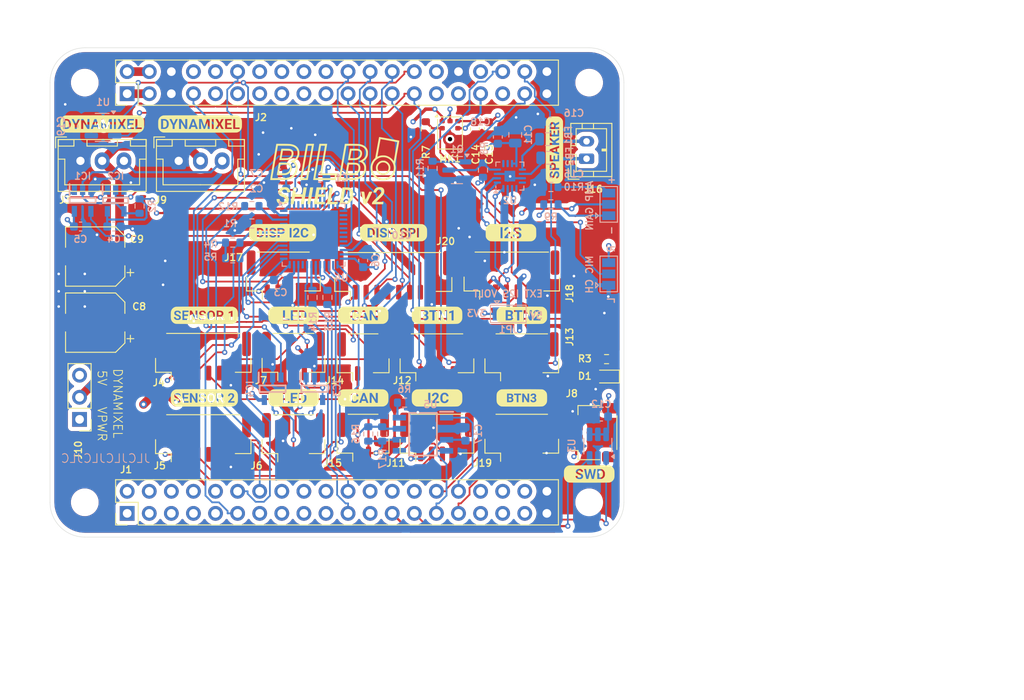
<source format=kicad_pcb>
(kicad_pcb (version 20240108) (generator "pcbnew") (generator_version "8.0")
  (layers (0 "F.Cu" signal) (1 "In1.Cu" power "POWER") (2 "In2.Cu" power "GND") (31 "B.Cu" signal) (34 "B.Paste" user) (35 "F.Paste" user) (36 "B.SilkS" user "B.Silkscreen") (37 "F.SilkS" user "F.Silkscreen") (38 "B.Mask" user) (39 "F.Mask" user) (44 "Edge.Cuts" user))
  (net 0 "")
  (net 2 "RS485_1_B")
  (net 3 "GND")
  (net 4 "RS485_1_A")
  (net 5 "Net-(J16-Pin_2)")
  (net 6 "+3V3")
  (net 7 "V_PWR")
  (net 8 "+5V")
  (net 9 "Net-(J16-Pin_1)")
  (net 10 "CM4_SCL1")
  (net 11 "CM4_SDA1")
  (net 12 "PWM_NEOPIXEL_2")
  (net 13 "PWM_NEOPIXEL_1")
  (net 14 "SWCLK")
  (net 15 "SWDIO")
  (net 16 "DYNAMIXEL_DIR")
  (net 17 "DYNAMIXEL_DATA")
  (net 18 "DYNAMIXEL_RX")
  (net 19 "DYNAMIXEL_TX")
  (net 20 "SDA")
  (net 21 "SCL")
  (net 22 "XSHUT_SENSOR_1")
  (net 23 "GPIO1_SENSOR_1")
  (net 24 "XSHUT_SENSOR_2")
  (net 25 "GPIO1_SENSOR_2")
  (net 26 "Net-(D1-A)")
  (net 27 "USER_LED")
  (net 28 "V_DYNAMIXEL")
  (net 33 "SERVO_PWM")
  (net 36 "MB_PD4")
  (net 44 "Net-(U4-BOOT0)")
  (net 45 "MB_PE8_(UART7_TX)")
  (net 46 "MB_PB5_(CAN2_RX)")
  (net 47 "Net-(U4-VCAP1)")
  (net 48 "ENC1_A")
  (net 49 "Net-(IC3-B)")
  (net 50 "Net-(IC4-B)")
  (net 64 "MB_PB6_(CAN2_TX)")
  (net 67 "MB_SDA_2")
  (net 68 "ENC2_B")
  (net 70 "CM4_GPIO4")
  (net 71 "MB_PE7_(UART7_RX)")
  (net 76 "BOARDMANAGER_SDA")
  (net 80 "MB_SCL_2")
  (net 82 "CM4_TXD2")
  (net 85 "BOARDMANAGER_SCL")
  (net 86 "CM4_SPI0_MOSI")
  (net 87 "CM4_SPI0_CE1")
  (net 89 "CM4_RXD2")
  (net 90 "3V3_CM4")
  (net 91 "CM4_I2S_WS")
  (net 94 "CM4_SPI0_SCLK")
  (net 98 "SX1508_IO6")
  (net 99 "SX1508_IO7")
  (net 101 "CM4_I2S_BCLK")
  (net 103 "CM4_I2S_DIN")
  (net 104 "SX1508_IO1")
  (net 105 "CM4_I2S_DOUT")
  (net 106 "CM4_SPI0_MISO")
  (net 107 "CM4_GPIO5")
  (net 111 "CANL")
  (net 112 "CANH")
  (net 117 "Net-(JP3-C)")
  (net 118 "Net-(Q1-D)")
  (net 119 "Net-(U5-Rs)")
  (net 120 "Net-(U4-PB9)")
  (net 121 "Net-(U4-PA9)")
  (net 122 "Net-(U4-PA10)")
  (net 123 "Net-(JP2-B)")
  (net 124 "Net-(JP2-A)")
  (net 125 "Net-(JP2-C)")
  (net 126 "Net-(U2-OUTN)")
  (net 127 "Net-(U2-OUTP)")
  (net 128 "Net-(J18-Pin_1)")
  (footprint "Connector_PinHeader_2.54mm:PinHeader_2x20_P2.54mm_Vertical" (layer "F.Cu") (at 95.875 72.275 90)
    (property "Reference" "J2")
    (property "Value" "RPI_CONN")
  )
  (footprint "descriptors:disp_i2c" (layer "F.Cu") (at 113.75 88.25)
    (property "Reference" "G***" (hide yes))
    (property "Value" "LOGO" (hide yes))
  )
  (footprint "MountingHole:MountingHole_2.7mm_M2.5_DIN965" (layer "F.Cu") (at 91 71)
    (property "Reference" "H1" (hide yes))
    (property "Value" "MountingHole")
  )
  (footprint "Connector_JST:JST_XH_B3B-XH-A_1x03_P2.50mm_Vertical" (layer "F.Cu") (at 90.5 80)
    (property "Reference" "J3")
    (property "Value" "Dynamixel_1")
  )
  (footprint "descriptors:btn3" (layer "F.Cu") (at 141.25 107.25)
    (property "Reference" "G***" (hide yes))
    (property "Value" "LOGO" (hide yes))
  )
  (footprint "Capacitor_SMD:CP_Elec_6.3x5.2" (layer "F.Cu") (at 92.2 91 180)
    (property "Reference" "C9")
    (property "Value" "47uF")
  )
  (footprint "Capacitor_SMD:C_0603_1608Metric" (layer "F.Cu") (at 135.862 76.325 -90)
    (property "Reference" "C14")
    (property "Value" "220p")
  )
  (footprint "descriptors:can" (layer "F.Cu") (at 123 97.75)
    (property "Reference" "G***" (hide yes))
    (property "Value" "LOGO" (hide yes))
  )
  (footprint "descriptors:can" (layer "F.Cu") (at 123 107.25)
    (property "Reference" "G***" (hide yes))
    (property "Value" "LOGO" (hide yes))
  )
  (footprint "descriptors:i2c" (layer "F.Cu") (at 131.5 107.25)
    (property "Reference" "G***" (hide yes))
    (property "Value" "LOGO" (hide yes))
  )
  (footprint "MountingHole:MountingHole_2.7mm_M2.5_DIN965" (layer "F.Cu") (at 91 119.26)
    (property "Reference" "H3" (hide yes))
    (property "Value" "MountingHole")
  )
  (footprint "MountingHole:MountingHole_2.7mm_M2.5_DIN965" (layer "F.Cu") (at 149 71)
    (property "Reference" "H2" (hide yes))
    (property "Value" "MountingHole")
  )
  (footprint "descriptors:btn1" (layer "F.Cu") (at 131.5 97.75)
    (property "Reference" "G***" (hide yes))
    (property "Value" "LOGO" (hide yes))
  )
  (footprint "descriptors:swd" (layer "F.Cu") (at 149 116)
    (property "Reference" "G***" (hide yes))
    (property "Value" "LOGO" (hide yes))
  )
  (footprint "Connector_JST:JST_GH_BM04B-GHS-TBT_1x04-1MP_P1.25mm_Vertical" (layer "F.Cu") (at 113.85 93.1)
    (property "Reference" "J17")
    (property "Value" "I2C_DISPLAY_PI")
  )
  (footprint "Capacitor_SMD:CP_Elec_6.3x5.2" (layer "F.Cu") (at 92.2 98.6 180)
    (property "Reference" "C8")
    (property "Value" "47uF")
  )
  (footprint "Connector_JST:JST_GH_BM06B-GHS-TBT_1x06-1MP_P1.25mm_Vertical" (layer "F.Cu") (at 104.625 111.8)
    (property "Reference" "J5")
    (property "Value" "DISTANCE_SENSOR_2")
  )
  (footprint "descriptors:disp_spi" (layer "F.Cu") (at 126.5 88.25)
    (property "Reference" "G***" (hide yes))
    (property "Value" "LOGO" (hide yes))
  )
  (footprint "descriptors:led" (layer "F.Cu") (at 115 107.25)
    (property "Reference" "G***" (hide yes))
    (property "Value" "LOGO" (hide yes))
  )
  (footprint "Connector_JST:JST_XH_B3B-XH-A_1x03_P2.50mm_Vertical" (layer "F.Cu") (at 101.8 80)
    (property "Reference" "J9")
    (property "Value" "Dynamixel_1")
  )
  (footprint "LED_SMD:LED_0603_1608Metric" (layer "F.Cu") (at 151 104.8 180)
    (property "Reference" "D1")
    (property "Value" "USER_LED")
  )
  (footprint "Connector_JST:JST_GH_BM08B-GHS-TBT_1x08-1MP_P1.25mm_Vertical" (layer "F.Cu") (at 126.475 93.15)
    (property "Reference" "J20" (hide yes))
    (property "Value" "SPI_DISPLAY_PI")
  )
  (footprint "Capacitor_SMD:C_0603_1608Metric" (layer "F.Cu") (at 137.462 76.325 -90)
    (property "Reference" "C13")
    (property "Value" "1u")
  )
  (footprint "descriptors:speaker" (layer "F.Cu") (at 145 78.75 90)
    (property "Reference" "G***" (hide yes))
    (property "Value" "LOGO" (hide yes))
  )
  (footprint "descriptors:dynamixel" (layer "F.Cu") (at 93 75.75)
    (property "Reference" "G***" (hide yes))
    (property "Value" "LOGO" (hide yes))
  )
  (footprint "Connector_JST:JST_GH_BM02B-GHS-TBT_1x02-1MP_P1.25mm_Vertical" (layer "F.Cu") (at 123 111.75)
    (property "Reference" "J15")
    (property "Value" "MOTOR 2")
  )
  (footprint "Sensor_Audio:Knowles_SPH0645LM4H-6_3.5x2.65mm" (layer "F.Cu") (at 133 76.79)
    (property "Reference" "MK1")
    (property "Value" "SPH0645LM4H")
  )
  (footprint "Connector_JST:JST_GH_BM02B-GHS-TBT_1x02-1MP_P1.25mm_Vertical" (layer "F.Cu") (at 123 102.5)
    (property "Reference" "J14")
    (property "Value" "MOTOR 1")
  )
  (footprint "Connector_PinHeader_2.54mm:PinHeader_1x03_P2.54mm_Vertical" (layer "F.Cu") (at 90.4 109.725 180)
    (property "Reference" "J10")
    (property "Value" "JUMPER_V_DYNAMIXEL")
  )
  (footprint "Resistor_SMD:R_0603_1608Metric" (layer "F.Cu") (at 130.212 76.325 90)
    (property "Reference" "R7")
    (property "Value" "10k")
  )
  (footprint "Resistor_SMD:R_0603_1608Metric" (layer "F.Cu") (at 151 102.8 180)
    (property "Reference" "R3")
    (property "Value" "1k")
  )
  (footprint "Connector_JST:JST_GH_BM06B-GHS-TBT_1x06-1MP_P1.25mm_Vertical" (layer "F.Cu") (at 140.1 93.1)
    (property "Reference" "J18" (hide yes))
    (property "Value" "EXTERNAL_I2S")
  )
  (footprint "Connector_JST:JST_GH_BM04B-GHS-TBT_1x04-1MP_P1.25mm_Vertical" (layer "F.Cu") (at 131.5 102.5)
    (property "Reference" "J12")
    (property "Value" "BUTTON_1")
  )
  (footprint "Connector_JST:JST_GH_BM04B-GHS-TBT_1x04-1MP_P1.25mm_Vertical" (layer "F.Cu") (at 141.25 111.75)
    (property "Reference" "J19")
    (property "Value" "BUTTON_3")
  )
  (footprint "descriptors:bilbo" (layer "F.Cu") (at 119.75 79.75)
    (property "Reference" "G***" (hide yes))
    (property "Value" "LOGO" (hide yes))
  )
  (footprint "descriptors:i2s" (layer "F.Cu") (at 140 88.25)
    (property "Reference" "G***" (hide yes))
    (property "Value" "LOGO" (hide yes))
  )
  (footprint "Connector_JST:JST_GH_BM03B-GHS-TBT_1x03-1MP_P1.25mm_Vertical" (layer "F.Cu") (at 115 102.45)
    (property "Reference" "J7")
    (property "Value" "RGB_1")
  )
  (footprint "descriptors:sensor_2" (layer "F.Cu") (at 104.75 107.25)
    (property "Reference" "G***" (hide yes))
    (property "Value" "LOGO" (hide yes))
  )
  (footprint "descriptors:sensor_1" (layer "F.Cu") (at 104.75 97.75)
    (property "Reference" "G***" (hide yes))
    (property "Value" "LOGO" (hide yes))
  )
  (footprint "descriptors:btn2" (layer "F.Cu") (at 141.25 97.75)
    (property "Reference" "G***" (hide yes))
    (property "Value" "LOGO" (hide yes))
  )
  (footprint "Connector_JST:JST_GH_BM03B-GHS-TBT_1x03-1MP_P1.25mm_Vertical" (layer "F.Cu") (at 115 111.8)
    (property "Reference" "J6")
    (property "Value" "RGB_2")
  )
  (footprint "descriptors:shieldv2" (layer "F.Cu") (at 119.25 84)
    (property "Reference" "G***" (hide yes))
    (property "Value" "LOGO" (hide yes))
  )
  (footprint "descriptors:led" (layer "F.Cu") (at 115 97.75)
    (property "Reference" "G***" (hide yes))
    (property "Value" "LOGO" (hide yes))
  )
  (footprint "Connector_JST:JST_GH_BM04B-GHS-TBT_1x04-1MP_P1.25mm_Vertical" (layer "F.Cu") (at 131.5 111.75)
    (property "Reference" "J11")
    (property "Value" "ONBOARD_I2C")
  )
  (footprint "downloaded_parts:JST_SH_SM04B-SRSS-TB_1x04-1MP_P1.00mm_Horizontal" (layer "F.Cu") (at 149.5 111.25 90)
    (property "Reference" "J8")
    (property "Value" "LED-DRIVER_SWD")
  )
  (footprint "descriptors:dynamixel" (layer "F.Cu") (at 104.25 75.75)
    (property "Reference" "G***" (hide yes))
    (property "Value" "LOGO" (hide yes))
  )
  (footprint "Connector_PinHeader_2.54mm:PinHeader_2x20_P2.54mm_Vertical" (layer "F.Cu") (at 95.875 120.535 90)
    (property "Reference" "J1")
    (property "Value" "MCU_CONN")
  )
  (footprint "Connector_JST:JST_GH_BM04B-GHS-TBT_1x04-1MP_P1.25mm_Vertical" (layer "F.Cu") (at 141.25 102.5)
    (property "Reference" "J13")
    (property "Value" "BUTTON_2")
  )
  (footprint "MountingHole:MountingHole_2.7mm_M2.5_DIN965" (layer "F.Cu") (at 149 119.26)
    (property "Reference" "H4" (hide yes))
    (property "Value" "MountingHole")
  )
  (footprint "Connector_JST:JST_GH_BM06B-GHS-TBT_1x06-1MP_P1.25mm_Vertical" (layer "F.Cu") (at 104.625 102.45)
    (property "Reference" "J4")
    (property "Value" "DISTANCE_SENSOR_1")
  )
  (footprint "Connector_JST:JST_PH_B2B-PH-K_1x02_P2.00mm_Vertical" (layer "F.Cu") (at 148.7 79.75 90)
    (property "Reference" "J16")
    (property "Value" "SPEAKER")
  )
  (footprint "Resistor_SMD:R_0603_1608Metric" (layer "B.Cu") (at 125.2 111.4 -90)
    (property "Reference" "R17")
    (property "Value" "120")
  )
  (footprint "Capacitor_SMD:C_0805_2012Metric" (layer "B.Cu") (at 144.25 77.5)
    (property "Reference" "FB1")
    (property "Value" "FerriteBead_Small")
  )
  (footprint "Package_DFN_QFN:QFN-48-1EP_7x7mm_P0.5mm_EP5.6x5.6mm" (layer "B.Cu") (at 117.3125 88.5 -90)
    (property "Reference" "U4")
    (property "Value" "STM32F411CEUx")
  )
  (footprint "Resistor_SMD:R_0603_1608Metric" (layer "B.Cu") (at 144.6 85)
    (property "Reference" "R9")
    (property "Value" "NC")
  )
  (footprint "Resistor_SMD:R_0603_1608Metric" (layer "B.Cu") (at 108.0125 91.2 180)
    (property "Reference" "R5")
    (property "Value" "4k7")
  )
  (footprint "downloaded_parts:SOT95P285X140-6N" (layer "B.Cu") (at 117.4 106.2 -90)
    (property "Reference" "IC3")
    (property "Value" "74LVC1T45W6-7" (hide yes))
  )
  (footprint "Jumper:SolderJumper-3_P1.3mm_Open_Pad1.0x1.5mm" (layer "B.Cu") (at 139.7 97.6)
    (property "Reference" "JP1")
    (property "Value" "VOLTAGE_SELECTION")
  )
  (footprint "Capacitor_SMD:C_0603_1608Metric" (layer "B.Cu") (at 144.625 81.4 180)
    (property "Reference" "C15")
    (property "Value" "220p")
  )
  (footprint "Package_TO_SOT_SMD:SOT-23-6_Handsoldering" (layer "B.Cu") (at 150 112.8 90)
    (property "Reference" "U3")
    (property "Value" "24AA025E48T-I/OT")
  )
  (footprint "Capacitor_SMD:C_0603_1608Metric" (layer "B.Cu") (at 150.4 109.4 180)
    (property "Reference" "C12")
    (property "Value" "100n")
  )
  (footprint "Capacitor_SMD:C_0603_1608Metric" (layer "B.Cu") (at 94.35 87.55)
    (property "Reference" "C4")
    (property "Value" "100n")
  )
  (footprint "downloaded_parts:SOT95P280X145-5N" (layer "B.Cu") (at 94.55 84.55 -90)
    (property "Reference" "IC2")
    (property "Value" "SN74LVC1G126DBVR" (hide yes))
  )
  (footprint "Resistor_SMD:R_0603_1608Metric" (layer "B.Cu") (at 110.2125 87.2)
    (property "Reference" "R1")
    (property "Value" "10k")
  )
  (footprint "Package_TO_SOT_SMD:SOT-23-6_Handsoldering" (layer "B.Cu") (at 93.1 76.15 180)
    (property "Reference" "U1")
    (property "Value" "24AA025E48T-I/OT")
  )
  (footprint "Jumper:SolderJumper-3_P1.3mm_Open_Pad1.0x1.5mm" (layer "B.Cu") (at 151.25 85 90)
    (property "Reference" "JP2" (hide yes))
    (property "Value" "GAIN SELECTION")
  )
  (footprint "Capacitor_SMD:C_0603_1608Metric" (layer "B.Cu") (at 123.0125 91.45 90)
    (property "Reference" "C6")
    (property "Value" "100n")
  )
  (footprint "downloaded_parts:SOT95P275X110-5N" (layer "B.Cu") (at 90.75 84.55 -90)
    (property "Reference" "IC1")
    (property "Value" "74LVC1G125GV,125" (hide yes))
  )
  (footprint "Capacitor_SMD:C_0603_1608Metric" (layer "B.Cu") (at 134.776 111.4 90)
    (property "Reference" "C17")
    (property "Value" "100n")
  )
  (footprint "Capacitor_SMD:C_0805_2012Metric" (layer "B.Cu") (at 124.5125 88.45 180)
    (property "Reference" "C10")
    (property "Value" "4u7")
  )
  (footprint "Capacitor_SMD:C_0603_1608Metric" (layer "B.Cu") (at 118.0125 81.95 180)
    (property "Reference" "C1")
    (property "Value" "100n")
  )
  (footprint "downloaded_parts:SOT95P285X140-6N" (layer "B.Cu") (at 112.6 106.2 -90)
    (property "Reference" "IC4")
    (property "Value" "74LVC1T45W6-7" (hide yes))
  )
  (footprint "Resistor_SMD:R_0603_1608Metric" (layer "B.Cu") (at 110.2125 85.2 180)
    (property "Reference" "R12")
    (property "Value" "100")
  )
  (footprint "Resistor_SMD:R_0603_1608Metric" (layer "B.Cu") (at 108.0125 89.4 180)
    (property "Reference" "R4")
    (property "Value" "4k7")
  )
  (footprint "Resistor_SMD:R_0603_1608Metric" (layer "B.Cu") (at 127.776 107.8)
    (property "Reference" "R6")
    (property "Value" "10k")
  )
  (footprint "Capacitor_SMD:C_0805_2012Metric" (layer "B.Cu") (at 140.5 77 90)
    (property "Reference" "C11")
    (property "Value" "10u")
  )
  (footprint "Resistor_SMD:R_0603_1608Metric" (layer "B.Cu") (at 97.3 85.2 90)
    (property "Reference" "R2")
    (property "Value" "10k")
  )
  (footprint "Resistor_SMD:R_0603_1608Metric" (layer "B.Cu") (at 117.1875 95.7 90)
    (property "Reference" "R14")
    (property "Value" "100")
  )
  (footprint "Package_DFN_QFN:TQFN-16-1EP_3x3mm_P0.5mm_EP1.23x1.23mm" (layer "B.Cu") (at 139.8815 81.75)
    (property "Reference" "U2")
    (property "Value" "MAX98357A")
  )
  (footprint "Capacitor_SMD:C_0603_1608Metric" (layer "B.Cu") (at 113.4 83.2 180)
    (property "Reference" "C2")
    (property "Value" "100n")
  )
  (footprint "Jumper:SolderJumper-3_P1.3mm_Open_Pad1.0x1.5mm" (layer "B.Cu") (at 151.25 93 90)
    (property "Reference" "JP3" (hide yes))
    (property "Value" "CHANNEL_SELECTION")
  )
  (footprint "Capacitor_SMD:C_0805_2012Metric" (layer "B.Cu") (at 144.375 79.65)
    (property "Reference" "FB2")
    (property "Value" "FerriteBead_Small")
  )
  (footprint "Resistor_SMD:R_0603_1608Metric" (layer "B.Cu") (at 130.9915 80.86 -90)
    (property "Reference" "R11")
    (property "Value" "10k")
  )
  (footprint "Capacitor_SMD:C_0603_1608Metric" (layer "B.Cu") (at 144.5 75.5 180)
    (property "Reference" "C16")
    (property "Value" "220p")
  )
  (footprint "Capacitor_SMD:C_0603_1608Metric" (layer "B.Cu") (at 138.5 77.25 90)
    (property "Reference" "C18")
    (property "Value" "100n")
  )
  (footprint "Resistor_SMD:R_0603_1608Metric" (layer "B.Cu") (at 123.6 111.4 -90)
    (property "Reference" "R16")
    (property "Value" "120")
  )
  (footprint "Resistor_SMD:R_0603_1608Metric" (layer "B.Cu") (at 136.7915 81.06 90)
    (property "Reference" "R8")
    (property "Value" "1M")
  )
  (footprint "Resistor_SMD:R_0603_1608Metric" (layer "B.Cu") (at 118.9 95.7 90)
    (property "Reference" "R13")
    (property "Value" "100")
  )
  (footprint "Resistor_SMD:R_0603_1608Metric" (layer "B.Cu") (at 144.6 83 180)
    (property "Reference" "R10")
    (property "Value" "NC")
  )
  (footprint "downloaded_parts:SOIC127P600X175-8N" (layer "B.Cu") (at 129.888 111.435 180)
    (property "Reference" "U5")
    (property "Value" "SN65HVD230" (hide yes))
  )
  (footprint "Capacitor_SMD:C_0603_1608Metric" (layer "B.Cu") (at 113.375 81.45 180)
    (property "Reference" "C7")
    (property "Value" "100n")
  )
  (footprint "Package_TO_SOT_SMD:SOT-23" (layer "B.Cu") (at 133.7915 81.06 180)
    (property "Reference" "Q1")
    (property "Value" "BSS138")
  )
  (footprint "Capacitor_SMD:C_0603_1608Metric" (layer "B.Cu") (at 90.525 87.55)
    (property "Reference" "C5")
    (property "Value" "100n")
  )
  (footprint "Capacitor_SMD:C_0603_1608Metric" (layer "B.Cu") (at 89.7 76 -90)
    (property "Reference" "C19")
    (property "Value" "100n")
  )
  (footprint "Capacitor_SMD:C_0603_1608Metric" (layer "B.Cu") (at 113.5125 93.7)
    (property "Reference" "C3")
    (property "Value" "100n")
  )
  (gr_arc (start 153 119.26) (mid 151.828427 122.088427) (end 149 123.26) (stroke (width 0.05)) (layer "Edge.Cuts"))
  (gr_line (start 91 67) (end 149 67) (stroke (width 0.05)) (layer "Edge.Cuts"))
  (gr_line (start 149 123.26) (end 91 123.26) (stroke (width 0.05)) (layer "Edge.Cuts"))
  (gr_arc (start 91 123.26) (mid 88.171573 122.088427) (end 87 119.26) (stroke (width 0.05)) (layer "Edge.Cuts"))
  (gr_arc (start 149 67) (mid 151.828427 68.171573) (end 153 71) (stroke (width 0.05)) (layer "Edge.Cuts"))
  (gr_line (start 87 119.26) (end 87 71) (stroke (width 0.05)) (layer "Edge.Cuts"))
  (gr_line (start 153 71) (end 153 119.26) (stroke (width 0.05)) (layer "Edge.Cuts"))
  (gr_arc (start 87 71) (mid 88.171573 68.171573) (end 91 67) (stroke (width 0.05)) (layer "Edge.Cuts"))
  (gr_text "JLCJLCJLCJLC" (at 98.6 114.8 0) (layer "B.SilkS") (effects (font (size 1 1) (thickness 0.1)) (justify left bottom mirror)))
  (gr_text "3V3" (at 137.25 98 0) (layer "B.SilkS") (effects (font (size 0.8 0.8) (thickness 0.15) (bold yes)) (justify left bottom mirror)))
  (gr_text "EXT I2S VOLT" (at 143.75 95.75 0) (layer "B.SilkS") (effects (font (size 0.8 0.8) (thickness 0.15) (bold yes)) (justify left bottom mirror)))
  (gr_text "L" (at 152 95.6 90) (layer "B.SilkS") (effects (font (size 0.8 0.8)) (justify left bottom mirror)))
  (gr_text "-" (at 152 87.4 90) (layer "B.SilkS") (effects (font (size 0.8 0.8)) (justify left bottom mirror)))
  (gr_text "AMP GAIN" (at 149.5 82.2 90) (layer "B.SilkS") (effects (font (size 0.8 0.8)) (justify left bottom mirror)))
  (gr_text "MIC CH" (at 149.5 90.8 90) (layer "B.SilkS") (effects (font (size 0.8 0.8)) (justify left bottom mirror)))
  (gr_text "R" (at 152 89.6 90) (layer "B.SilkS") (effects (font (size 0.8 0.8)) (justify left bottom mirror)))
  (gr_text "5V" (at 143.75 98.25 0) (layer "B.SilkS") (effects (font (size 0.8 0.8) (thickness 0.15) (bold yes)) (justify left bottom mirror)))
  (gr_text "+" (at 152 81.6 90) (layer "B.SilkS") (effects (font (size 0.8 0.8)) (justify left bottom mirror)))
  (gr_text "5V" (at 92.4 104 270) (layer "F.SilkS") (effects (font (size 1 1) (thickness 0.1)) (justify left bottom)))
  (gr_text "J20" (at 132.5 89.25 0) (layer "F.SilkS") (effects (font (size 0.8 0.8))))
  (gr_text "DYNAMIXEL" (at 94.2 103.8 270) (layer "F.SilkS") (effects (font (size 1 1) (thickness 0.1)) (justify left bottom)))
  (gr_text "J18" (at 146.75 95.25 90) (layer "F.SilkS") (effects (font (size 0.8 0.8))))
  (gr_text "VPWR" (at 92.4 108.2 270) (layer "F.SilkS") (effects (font (size 1 1) (thickness 0.1)) (justify left bottom)))
  (segment (start 132.125 104.45) (end 133.375 104.45) (width 0.2) (layer "F.Cu") (net 3))
  (segment (start 143.125 113.7) (end 144 113.7) (width 0.25) (layer "F.Cu") (net 3))
  (segment (start 107.75 113.75) (end 107.75 115.15) (width 0.25) (layer "F.Cu") (net 3))
  (segment (start 143.125 113.7) (end 141.875 113.7) (width 0.25) (layer "F.Cu") (net 3))
  (segment (start 143.125 104.45) (end 143.95 104.45) (width 0.25) (layer "F.Cu") (net 3))
  (segment (start 130.212 77.15) (end 128.6 77.15) (width 0.25) (layer "F.Cu") (net 3))
  (segment (start 115.725 95.05) (end 115.725 95.775) (width 0.25) (layer "F.Cu") (net 3))
  (segment (start 141.875 104.45) (end 143.125 104.45) (width 0.2) (layer "F.Cu") (net 3))
  (segment (start 133.375 113.7) (end 134.2 113.7) (width 0.25) (layer "F.Cu") (net 3))
  (segment (start 143.95 104.45) (end 144.25 104.75) (width 0.25) (layer "F.Cu") (net 3))
  (segment (start 150.3375 106.25) (end 149.75 106.25) (width 0.25) (layer "F.Cu") (net 3))
  (segment (start 115.725 95.775) (end 114.9 96.6) (width 0.25) (layer "F.Cu") (net 3))
  (segment (start 128.6 77.15) (end 128.5 77.25) (width 0.25) (layer "F.Cu") (net 3))
  (segment (start 147.5 109.75) (end 147.5 109.2) (width 0.25) (layer "F.Cu") (net 3))
  (segment (start 107.75 104.4) (end 107.75 105.75) (width 0.25) (layer "F.Cu") (net 3))
  (segment (start 113.75 104.4) (end 113.6 104.4) (width 0.25) (layer "F.Cu") (net 3))
  (segment (start 113.75 113.75) (end 113.75 112.25) (width 0.25) (layer "F.Cu") (net 3))
  (segment (start 151.7875 104.8) (end 150.3375 106.25) (width 0.25) (layer "F.Cu") (net 3))
  (segment (start 107.75 105.75) (end 107.8 105.8) (width 0.25) (layer "F.Cu") (net 3))
  (segment (start 143.225 95.05) (end 143.75 95.05) (width 0.25) (layer "F.Cu") (net 3))
  (segment (start 113.6 104.4) (end 112.6 103.4) (width 0.25) (layer "F.Cu") (net 3))
  (segment (start 143.75 95.05) (end 144.2 95.5) (width 0.25) (layer "F.Cu") (net 3))
  (segment (start 147.5 109.2) (end 147.1 108.8) (width 0.25) (layer "F.Cu") (net 3))
  (segment (start 130.85 95.1) (end 130.85 96.45) (width 0.25) (layer "F.Cu") (net 3))
  (segment (start 144 113.7) (end 144.1 113.6) (width 0.25) (layer "F.Cu") (net 3))
  (segment (start 136.109 77.1) (end 135.9855 77.1) (width 0.2) (layer "F.Cu") (net 3))
  (segment (start 135.9855 77.1) (end 135.862 77.1) (width 0.2) (layer "F.Cu") (net 3))
  (segment (start 113.75 112.25) (end 113.8 112.2) (width 0.25) (layer "F.Cu") (net 3))
  (segment (start 107.75 115.15) (end 107.8 115.2) (width 0.25) (layer "F.Cu") (net 3))
  (segment (start 130.85 96.45) (end 130.9 96.5) (width 0.25) (layer "F.Cu") (net 3))
  (via (at 112.6 103.4) (size 0.6) (drill 0.3) (layers "F.Cu" "B.Cu") (net 3))
  (via (at 150.2 115.8) (size 0.6) (drill 0.3) (layers "F.Cu" "B.Cu") (net 3))
  (via (at 117.5 77) (size 0.6) (drill 0.3) (layers "F.Cu" "B.Cu") (net 3))
  (via (at 130.1 81.7) (size 0.6) (drill 0.3) (layers "F.Cu" "B.Cu") (net 3))
  (via (at 149.75 106.25) (size 0.6) (drill 0.3) (layers "F.Cu" "B.Cu") (net 3))
  (via (at 91 96.75) (size 0.6) (drill 0.3) (layers "F.Cu" "B.Cu") (net 3))
  (via (at 108.25 88) (size 0.6) (drill 0.3) (layers "F.Cu" "B.Cu") (net 3))
  (via (at 107.8 105.8) (size 0.6) (drill 0.3) (layers "F.Cu" "B.Cu") (net 3))
  (via (at 117.2 81) (size 0.6) (drill 0.3) (layers "F.Cu" "B.Cu") (net 3))
  (via (at 114.75 76.25) (size 0.6) (drill 0.3) (layers "F.Cu" "B.Cu") (net 3))
  (via (at 137 91.5) (size 0.6) (drill 0.3) (layers "F.Cu" "B.Cu") (net 3))
  (via (at 139.25 90.5) (size 0.6) (drill 0.3) (layers "F.Cu" "B.Cu") (net 3))
  (via (at 147.1 108.8) (size 0.6) (drill 0.3) (layers "F.Cu" "B.Cu") (net 3))
  (via (at 114.9 96.6) (size 0.6) (drill 0.3) (layers "F.Cu" "B.Cu") (net 3))
  (via (at 92.4 88.5) (size 0.6) (drill 0.3) (layers "F.Cu" "B.Cu") (net 3))
  (via (at 124.3 90.7) (size 0.6) (drill 0.3) (layers "F.Cu" "B.Cu") (net 3))
  (via (at 108.4 87.1) (size 0.6) (drill 0.3) (layers "F.Cu" "B.Cu") (net 3))
  (via (at 143.1 74.6) (size 0.6) (drill 0.3) (layers "F.Cu" "B.Cu") (net 3))
  (via (at 130.9 96.5) (size 0.6) (drill 0.3) (layers "F.Cu" "B.Cu") (net 3))
  (via (at 131.1 110.7) (size 0.6) (drill 0.3) (layers "F.Cu" "B.Cu") (net 3))
  (via (at 111.5 76.75) (size 0.6) (drill 0.3) (layers "F.Cu" "B.Cu") (net 3))
  (via (at 88 96.75) (size 0.6) (drill 0.3) (layers "F.Cu" "B.Cu") (net 3))
  (via (at 151.2 95.6) (size 0.6) (drill 0.3) (layers "F.Cu" "B.Cu") (net 3))
  (via (at 150.75 97.5) (size 0.6) (drill 0.3) (layers "F.Cu" "B.Cu") (net 3))
  (via (at 144.25 104.75) (size 0.6) (drill 0.3) (layers "F.Cu" "B.Cu") (net 3))
  (via (at 96.3 82.5) (size 0.6) (drill 0.3) (layers "F.Cu" "B.Cu") (net 3))
  (via (at 111 79.25) (size 0.6) (drill 0.3) (layers "F.Cu" "B.Cu") (net 3))
  (via (at 149.2 108) (size 0.6) (drill 0.3) (layers "F.Cu" "B.Cu") (net 3))
  (via (at 96.5 87.8) (size 0.6) (drill 0.3) (layers "F.Cu" "B.Cu") (net 3))
  (via (at 113.8 112.2) (size 0.6) (drill 0.3) (layers "F.Cu" "B.Cu") (net 3))
  (via (at 140.6 75) (size 0.6) (drill 0.3) (layers "F.Cu" "B.Cu") (net 3))
  (via (at 88 95) (size 0.6) (drill 0.3) (layers "F.Cu" "B.Cu") (net 3))
  (via (at 134 87.75) (size 0.6) (drill 0.3) (layers "F.Cu" "B.Cu") (net 3))
  (via (at 135.25 88.75) (size 0.6) (drill 0.3) (layers "F.Cu" "B.Cu") (net 3))
  (via (at 117.312 88.5) (size 0.6) (drill 0.3) (layers "F.Cu" "B.Cu") (net 3))
  (via (at 134.2 113.7) (size 0.6) (drill 0.3) (layers "F.Cu" "B.Cu") (net 3))
  (via (at 129.3 108.9) (size 0.6) (drill 0.3) (layers "F.Cu" "B.Cu") (net 3))
  (via (at 128.5 77.25) (size 0.6) (drill 0.3) (layers "F.Cu" "B.Cu") (net 3))
  (via (at 100.25 91.5) (size 0.6) (drill 0.3) (layers "F.Cu" "B.Cu") (net 3))
  (via (at 92.2 82.1) (size 0.6) (drill 0.3) (layers "F.Cu" "B.Cu") (net 3))
  (via (at 88 93) (size 0.6) (drill 0.3) (layers "F.Cu" "B.Cu") (net 3))
  (via (at 144.2 95.5) (size 0.6) (drill 0.3) (layers "F.Cu" "B.Cu") (net 3))
  (via (at 88.75 73.5) (size 0.6) (drill 0.3) (layers "F.Cu" "B.Cu") (net 3))
  (via (at 147.25 93.25) (size 0.6) (drill 0.3) (layers "F.Cu" "B.Cu") (net 3))
  (via (at 96.1 76.1) (size 0.6) (drill 0.3) (layers "F.Cu" "B.Cu") (net 3))
  (via (at 100 94.25) (size 0.6) (drill 0.3) (layers "F.Cu" "B.Cu") (net 3))
  (via (at 144.1 113.6) (size 0.6) (drill 0.3) (layers "F.Cu" "B.Cu") (net 3))
  (via (at 142.75 82.75) (size 0.6) (drill 0.3) (layers "F.Cu" "B.Cu") (net 3))
  (via (at 107.8 115.2) (size 0.6) (drill 0.3) (layers "F.Cu" "B.Cu") (net 3))
  (via (at 133.6 82.5) (size 0.6) (drill 0.3) (layers "F.Cu" "B.Cu") (net 3))
  (via (at 91 95) (size 0.6) (drill 0.3) (layers "F.Cu" "B.Cu") (net 3))
  (via (at 91 93) (size 0.6) (drill 0.3) (layers "F.Cu" "B.Cu") (net 3))
  (via (at 125.7 87) (size 0.6) (drill 0.3) (layers "F.Cu" "B.Cu") (net 3))
  (via (at 111.6 82.5) (size 0.6) (drill 0.3) (layers "F.Cu" "B.Cu") (net 3))
  (via (at 139.3 84.3) (size 0.6) (drill 0.3) (layers "F.Cu" "B.Cu") (net 3))
  (via (at 117.4 103.6) (size 0.6) (drill 0.3) (layers "F.Cu" "B.Cu") (net 3))
  (via (at 139.916 81.7842) (size 0.6) (drill 0.3) (layers "F.Cu" "B.Cu") (net 3))
  (via (at 116.5 82.75) (size 0.6) (drill 0.3) (layers "F.Cu" "B.Cu") (net 3))
  (segment (start 140.132 82) (end 139.916 81.7842) (width 0.25) (layer "B.Cu") (net 3))
  (segment (start 132.6 110.8) (end 131.2 110.8) (width 0.25) (layer "B.Cu") (net 3))
  (segment (start 143.725 75.225) (end 143.1 74.6) (width 0.25) (layer "B.Cu") (net 3))
  (segment (start 114.288 93.7) (end 114.288 95.9875) (width 0.25) (layer "B.Cu") (net 3))
  (segment (start 125.462 88.45) (end 125.462 87.8437) (width 0.25) (layer "B.Cu") (net 3))
  (segment (start 120.75 90.75) (end 122.938 90.75) (width 0.25) (layer "B.Cu") (net 3))
  (segment (start 117.312 88.5) (end 117.3125 88.5) (width 0.2) (layer "B.Cu") (net 3))
  (segment (start 134.729 82.01) (end 134.09 82.01) (width 0.25) (layer "B.Cu") (net 3))
  (segment (start 125.462 87.2375) (end 125.7 87) (width 0.25) (layer "B.Cu") (net 3))
  (segment (start 151.25 94.3) (end 151.25 95.55) (width 0.25) (layer "B.Cu") (net 3))
  (segment (start 96.3 82.5) (end 95.5 83.3) (width 0.25) (layer "B.Cu") (net 3))
  (segment (start 113.388 86.25) (end 112.625 85.4872) (width 0.25) (layer "B.Cu") (net 3))
  (segment (start 124.275 90.675) (end 124.3 90.7) (width 0.25) (layer "B.Cu") (net 3))
  (segment (start 130.115 81.685) (end 130.1 81.7) (width 0.25) (layer "B.Cu") (net 3))
  (segment (start 139.6315 83.5775) (end 139.6315 83.1875) (width 0.2) (layer "B.Cu") (net 3))
  (segment (start 118.0625 83.9192) (end 118.0625 85.0625) (width 0.2) (layer "B.Cu") (net 3))
  (segment (start 117.65 82.3625) (end 117.238 81.95) (width 0.25) (layer "B.Cu") (net 3))
  (segment (start 140.5 75.1) (end 140.6 75) (width 0.25) (layer "B.Cu") (net 3))
  (segment (start 118.062 83.9187) (end 118.062 82.775) (width 0.25) (layer "B.Cu") (net 3))
  (segment (start 139.632 83.1875) (end 139.632 83.578) (width 0.25) (layer "B.Cu") (net 3))
  (segment (start 112.3 83.2) (end 111.6 82.5) (width 0.25) (layer "B.Cu") (net 3))
  (segment (start 149.625 108.425) (end 149.2 108) (width 0.25) (layer "B.Cu") (net 3))
  (segment (start 139.632 83.9685) (end 139.3 84.3) (width 0.25) (layer "B.Cu") (net 3))
  (segment (start 115.0625 92.4307) (end 115.0625 91.9375) (width 0.2) (layer "B.Cu") (net 3))
  (segment (start 96.25 87.55) (end 96.5 87.8) (width 0.25) (layer "B.Cu") (net 3))
  (segment (start 114.675 93.3125) (end 114.2875 93.7) (width 0.2) (layer "B.Cu") (net 3))
  (segment (start 143.775 83) (end 143 83) (width 0.25) (layer "B.Cu") (net 3))
  (segment (start 118.062 82.775) (end 117.65 82.3625) (width 0.25) (layer "B.Cu") (net 3))
  (segment (start 131.2 110.8) (end 131.1 110.7) (width 0.25) (layer "B.Cu") (net 3))
  (segment (start 118.062 85.0625) (end 118.062 83.9187) (width 0.25) (layer "B.Cu") (net 3))
  (segment (start 128.601 108.201) (end 129.3 108.9) (width 0.25) (layer "B.Cu") (net 3))
  (segment (start 117.65 82.3625) (end 117.2375 81.95) (width 0.2) (layer "B.Cu") (net 3))
  (segment (start 117.4 104.9) (end 117.4 103.6) (width 0.25) (layer "B.Cu") (net 3))
  (segment (start 151.25 95.55) (end 151.2 95.6) (width 0.25) (layer "B.Cu") (net 3))
  (segment (start 143 83) (end 142.75 82.75) (width 0.25) (layer "B.Cu") (net 3))
  (segment (start 139.8815 81.7495) (end 139.8815 81.75) (width 0.2) (layer "B.Cu") (net 3))
  (segment (start 134.09 82.01) (end 133.6 82.5) (width 0.25) (layer "B.Cu") (net 3))
  (segment (start 91.3 87.55) (end 91.45 87.55) (width 0.25) (layer "B.Cu") (net 3))
  (segment (start 149.625 109.4) (end 149.625 108.425) (width 0.25) (layer "B.Cu") (net 3))
  (segment (start 139.632 81.5) (end 139.8815 81.7495) (width 0.25) (layer "B.Cu") (net 3))
  (segment (start 150 115.6) (end 150.2 115.8) (width 0.25) (layer "B.Cu") (net 3))
  (segment (start 125.462 87.8437) (end 125.462 87.2375) (width 0.25) (layer "B.Cu") (net 3))
  (segment (start 112.625 83.2) (end 112.3 83.2) (width 0.25) (layer "B.Cu") (net 3))
  (segment (start 150 114.15) (end 150 115.6) (width 0.25) (layer "B.Cu") (net 3))
  (segment (start 94.45 76.15) (end 96.05 76.15) (width 0.25) (layer "B.Cu") (net 3))
  (segment (start 117.238 81.0375) (end 117.2 81) (width 0.25) (layer "B.Cu") (net 3))
  (segment (start 118.062 83.9187) (end 118.0625 83.9192) (width 0.2) (layer "B.Cu") (net 3))
  (segment (start 115.062 91.9375) (end 115.062 92.4312) (width 0.25) (layer "B.Cu") (net 3))
  (segment (start 115.062 92.4312) (end 115.062 92.925) (width 0.25) (layer "B.Cu") (net 3))
  (segment (start 143.85 82.925) (end 143.85 81.4) (width 0.2) (layer "B.Cu") (net 3))
  (segment (start 112.6 104.9) (end 112.6 103.4) (width 0.25) (layer "B.Cu") (net 3))
  (segment (start 130.992 81.685) (end 130.9915 81.685) (width 0.25) (layer "B.Cu") (net 3))
  (segment (start 123.012 90.675) (end 123.0125 90.675) (width 0.25) (layer "B.Cu") (net 3))
  (segment (start 125.4625 87.8442) (end 125.4625 88.45) (width 0.2) (layer "B.Cu") (net 3))
  (segment (start 91.7 82.6) (end 92.2 82.1) (width 0.25) (layer "B.Cu") (net 3))
  (segment (start 112.625 85.4872) (end 112.625 83.2) (width 0.25) (layer "B.Cu") (net 3))
  (segment (start 140.5 76.05) (end 140.5 75.1) (width 0.25) (layer "B.Cu") (net 3))
  (segment (start 114.675 93.3125) (end 114.288 93.7) (width 0.25) (layer "B.Cu") (net 3))
  (segment (start 96.05 76.15) (end 96.1 76.1) (width 0.25) (layer "B.Cu") (net 3))
  (segment (start 115.062 92.4312) (end 115.0625 92.4307) (width 0.2) (layer "B.Cu") (net 3))
  (segment (start 112.625 81.475) (end 112.6 81.45) (width 0.25) (layer "B.Cu") (net 3))
  (segment (start 132.775 110.625) (end 132.6 110.8) (width 0.25) (layer "B.Cu") (net 3))
  (segment (start 109.3875 87.2) (end 108.5 87.2) (width 0.25) (layer "B.Cu") (net 3))
  (segment (start 95.125 87.55) (end 96.25 87.55) (width 0.25) (layer "B.Cu") (net 3))
  (segment (start 112.625 83.2) (end 112.625 81.475) (width 0.25) (layer "B.Cu") (net 3))
  (segment (start 143.775 83) (end 143.85 82.925) (width 0.2) (layer "B.Cu") (net 3))
  (segment (start 108.5 87.2) (end 108.4 87.1) (width 0.25) (layer "B.Cu") (net 3))
  (segment (start 123.0125 90.675) (end 124.275 90.675) (width 0.25) (layer "B.Cu") (net 3))
  (segment (start 134.776 110.625) (end 132.775 110.625) (width 0.25) (layer "B.Cu") (net 3))
  (segment (start 125.462 87.8437) (end 125.4625 87.8442) (width 0.2) (layer "B.Cu") (net 3))
  (segment (start 91.7 83.3) (end 91.7 82.6) (width 0.25) (layer "B.Cu") (net 3))
  (segment (start 139.632 83.578) (end 139.6315 83.5775) (width 0.2) (layer "B.Cu") (net 3))
  (segment (start 130.9915 81.685) (end 130.115 81.685) (width 0.25) (layer "B.Cu") (net 3))
  (segment (start 91.45 87.55) (end 92.4 88.5) (width 0.25) (layer "B.Cu") (net 3))
  (segment (start 143.725 75.5) (end 143.725 75.225) (width 0.25) (layer "B.Cu") (net 3))
  (segment (start 138.444 81.5) (end 139.632 81.5) (width 0.25) (layer "B.Cu") (net 3))
  (segment (start 115.062 92.925) (end 114.675 93.3125) (width 0.25) (layer "B.Cu") (net 3))
  (segment (start 128.601 107.8) (end 128.601 108.201) (width 0.25) (layer "B.Cu") (net 3))
  (segment (start 139.882 81.75) (end 139.916 81.7842) (width 0.25) (layer "B.Cu") (net 3))
  (segment (start 114.288 95.9875) (end 114.9 96.6) (width 0.25) (layer "B.Cu") (net 3))
  (segment (start 141.319 82) (end 140.132 82) (width 0.25) (layer "B.Cu") (net 3))
  (segment (start 139.8815 81.7495) (end 139.882 81.75) (width 0.25) (layer "B.Cu") (net 3))
  (segment (start 140.5 76.05) (end 138.925 76.05) (width 0.25) (layer "B.Cu") (net 3))
  (segment (start 113.875 86.25) (end 113.388 86.25) (width 0.25) (layer "B.Cu") (net 3))
  (segment (start 138.925 76.05) (end 138.5 76.475) (width 0.25) (layer "B.Cu") (net 3))
  (segment (start 109.388 87.2) (end 109.3875 87.2) (width 0.25) (layer "B.Cu") (net 3))
  (segment (start 139.632 83.578) (end 139.632 83.9685) (width 0.25) (layer "B.Cu") (net 3))
  (segment (start 122.938 90.75) (end 123.012 90.675) (width 0.25) (layer "B.Cu") (net 3))
  (segment (start 117.238 81.95) (end 117.238 81.0375) (width 0.25) (layer "B.Cu") (net 3))
  (segment (start 148.7 77.75) (end 145.45 77.75) (width 0.4) (layer "B.Cu") (net 5))
  (segment (start 145.45 77.75) (end 145.2 77.5) (width 0.4) (layer "B.Cu") (net 5))
  (segment (start 145.275 77.425) (end 145.2 77.5) (width 0.4) (layer "B.Cu") (net 5))
  (segment (start 145.275 75.5) (end 145.275 77.425) (width 0.4) (layer "B.Cu") (net 5))
  (segment (start 147.5 112.75) (end 147.5 113.75) (width 0.25) (layer "F.Cu") (net 6))
  (segment (start 101.5 113.75) (end 100.25 113.75) (width 0.25) (layer "F.Cu") (net 6))
  (segment (start 129.625 113.7) (end 129.05 113.7) (width 0.25) (layer "F.Cu") (net 6))
  (segment (start 133.9 75.426) (end 135.738 75.426) (width 0.25) (layer "F.Cu") (net 6))
  (segment (start 129.05 113.7) (end 128.5 114.25) (width 0.25) (layer "F.Cu") (net 6))
  (segment (start 135.738 75.426) (end 135.862 75.55) (width 0.25) (layer "F.Cu") (net 6))
  (segment (start 122.1 95.4) (end 121.25 96.25) (width 0.25) (layer "F.Cu") (net 6))
  (segment (start 137.462 75.55) (end 137.7 75.55) (width 0.25) (layer "F.Cu") (net 6))
  (segment (start 147.5 113.75) (end 147.25 114) (width 0.25) (layer "F.Cu") (net 6))
  (segment (start 111.05 95.05) (end 111 95) (width 0.25) (layer "F.Cu") (net 6))
  (segment (start 101.35 104.4) (end 100.5 105.25) (width 0.25) (layer "F.Cu") (net 6))
  (segment (start 101.5 104.4) (end 101.35 104.4) (width 0.25) (layer "F.Cu") (net 6))
  (segment (start 122.1 95.1) (end 122.1 95.4) (width 0.25) (layer "F.Cu") (net 6))
  (segment (start 137.462 75.55) (end 135.862 75.55) (width 0.25) (layer "F.Cu") (net 6))
  (segment (start 111.975 95.05) (end 111.05 95.05) (width 0.25) (layer "F.Cu") (net 6))
  (segment (start 137.7 75.55) (end 138.5 74.75) (width 0.25) (layer "F.Cu") (net 6))
  (via (at 113 109) (size 0.6) (drill 0.3) (layers "F.Cu" "B.Cu") (net 6))
  (via (at 100.25 113.75) (size 0.6) (drill 0.3) (layers "F.Cu" "B.Cu") (net 6))
  (via (at 121.25 96.25) (size 0.6) (drill 0.3) (layers "F.Cu" "B.Cu") (net 6))
  (via (at 151.25 89.75) (size 0.6) (drill 0.3) (layers "F.Cu" "B.Cu") (net 6))
  (via (at 115 80.5) (size 0.6) (drill 0.3) (layers "F.Cu" "B.Cu") (net 6))
  (via (at 111 95) (size 0.6) (drill 0.3) (layers "F.Cu" "B.Cu") (net 6))
  (via (at 138.5 74.75) (size 0.6) (drill 0.3) (layers "F.Cu" "B.Cu") (net 6))
  (via (at 151.25 107) (size 0.6) (drill 0.3) (layers "F.Cu" "B.Cu") (net 6))
  (via (at 124.5 92.25) (size 0.6) (drill 0.3) (layers "F.Cu" "B.Cu") (net 6))
  (via (at 117 109) (size 0.6) (drill 0.3) (layers "F.Cu" "B.Cu") (net 6))
  (via (at 119 80.75) (size 0.6) (drill 0.3) (layers "F.Cu" "B.Cu") (net 6))
  (via (at 147.25 114) (size 0.6) (drill 0.3) (layers "F.Cu" "B.Cu") (net 6))
  (via (at 93.17 76) (size 0.6) (drill 0.3) (layers "F.Cu" "B.Cu") (net 6))
  (via (at 137 97.5) (size 0.6) (drill 0.3) (layers "F.Cu" "B.Cu") (net 6))
  (via (at 89 86.75) (size 0.6) (drill 0.3) (layers "F.Cu" "B.Cu") (net 6))
  (via (at 100.5 105.25) (size 0.6) (drill 0.3) (layers "F.Cu" "B.Cu") (net 6))
  (via (at 106 89.5) (size 0.6) (drill 0.3) (layers "F.Cu" "B.Cu") (net 6))
  (via (at 128.5 114.25) (size 0.6) (drill 0.3) (layers "F.Cu" "B.Cu") (net 6))
  (segment (start 150.95 111.45) (end 150 111.45) (width 0.25) (layer "B.Cu") (net 6))
  (segment (start 117.4 106.925) (end 117.4 107.5) (width 0.25) (layer "B.Cu") (net 6))
  (segment (start 116.45 104.9) (end 116.45 105.975) (width 0.25) (layer "B.Cu") (net 6))
  (segment (start 151.175 109.4) (end 151.175 107.075) (width 0.25) (layer "B.Cu") (net 6))
  (segment (start 89.75 87.55) (end 89.75 85.85) (width 0.25) (layer "B.Cu") (net 6))
  (segment (start 118.562 85.0625) (end 118.562 82.175) (width 0.25) (layer "B.Cu") (net 6))
  (segment (start 116.45 105.975) (end 117.4 106.925) (width 0.25) (layer "B.Cu") (net 6))
  (segment (start 112.6 107.5) (end 112.6 108.6) (width 0.25) (layer "B.Cu") (net 6))
  (segment (start 114.2938 85.3312) (end 114.5625 85.0625) (width 0.2) (layer "B.Cu") (net 6))
  (segment (start 113.875 85.75) (end 114.2935 85.3312) (width 0.25) (layer "B.Cu") (net 6))
  (segment (start 114.15 83.175) (end 114.175 83.2) (width 0.25) (layer "B.Cu") (net 6))
  (segment (start 114.562 91.9375) (end 114.0066 92.4931) (width 0.25) (layer "B.Cu") (net 6))
  (segment (start 151.25 91.7) (end 151.25 89.75) (width 0.25) (layer "B.Cu") (net 6))
  (segment (start 132.6 112.07) (end 134.671 112.07) (width 0.25) (layer "B.Cu") (net 6))
  (segment (start 114.15 81.45) (end 114.15 81.35) (width 0.25) (layer "B.Cu") (net 6))
  (segment (start 107.1875 89.4) (end 106.1 89.4) (width 0.25) (layer "B.Cu") (net 6))
  (segment (start 89 86.75) (end 89 86.8) (width 0.25) (layer "B.Cu") (net 6))
  (segment (start 150 111.45) (end 149.05 111.45) (width 0.25) (layer "B.Cu") (net 6))
  (segment (start 114.562 85.0625) (end 114.562 83.5875) (width 0.25) (layer "B.Cu") (net 6))
  (segment (start 111.65 105.975) (end 112.6 106.925) (width 0.25) (layer "B.Cu") (net 6))
  (segment (start 118.788 80.9625) (end 119 80.75) (width 0.25) (layer "B.Cu") (net 6))
  (segment (start 120.75 91.25) (end 122.038 91.25) (width 0.25) (layer "B.Cu") (net 6))
  (segment (start 132.162 112.07) (end 129.982 114.25) (width 0.25) (layer "B.Cu") (net 6))
  (segment (start 114.15 81.45) (end 114.15 83.175) (width 0.25) (layer "B.Cu") (net 6))
  (segment (start 151.175 107.075) (end 151.25 107) (width 0.25) (layer "B.Cu") (net 6))
  (segment (start 114.5625 91.9375) (end 114.0069 92.4931) (width 0.2) (layer "B.Cu") (net 6))
  (segment (start 118.675 82.0625) (end 118.788 81.95) (width 0.25) (layer "B.Cu") (net 6))
  (segment (start 93.17 76) (end 92.37 75.2) (width 0.25) (layer "B.Cu") (net 6))
  (segment (start 118.5625 82.175) (end 118.675 82.0625) (width 0.2) (layer "B.Cu") (net 6))
  (segment (start 137.1 97.6) (end 137 97.5) (width 0.25) (layer "B.Cu") (net 6))
  (segment (start 123.012 92.225) (end 123.0125 92.225) (width 0.25) (layer "B.Cu") (net 6))
  (segment (start 114.562 83.5875) (end 114.175 83.2) (width 0.25) (layer "B.Cu") (net 6))
  (segment (start 114.15 81.35) (end 115 80.5) (width 0.25) (layer "B.Cu") (net 6))
  (segment (start 91.75 76.15) (end 91.75 77.1) (width 0.25) (layer "B.Cu") (net 6))
  (segment (start 138.4 97.6) (end 137.1 97.6) (width 0.25) (layer "B.Cu") (net 6))
  (segment (start 114.2935 85.3312) (end 114.562 85.0625) (width 0.25) (layer "B.Cu") (net 6))
  (segment (start 118.562 82.175) (end 118.675 82.0625) (width 0.25) (layer "B.Cu") (net 6))
  (segment (start 124.475 92.225) (end 124.5 92.25) (width 0.25) (layer "B.Cu") (net 6))
  (segment (start 91.75 75.2) (end 89.725 75.2) (width 0.25) (layer "B.Cu") (net 6))
  (segment (start 151.175 111.225) (end 150.95 111.45) (width 0.25) (layer "B.Cu") (net 6))
  (segment (start 122.038 91.25) (end 123.012 92.225) (width 0.25) (layer "B.Cu") (net 6))
  (segment (start 114.2935 85.3312) (end 114.2938 85.3312) (width 0.2) (layer "B.Cu") (net 6))
  (segment (start 134.671 112.07) (end 134.776 112.175) (width 0.25) (layer "B.Cu") (net 6))
  (segment (start 151.175 109.4) (end 151.175 111.225) (width 0.25) (layer "B.Cu") (net 6))
  (segment (start 91.75 75.2) (end 91.75 76.15) (width 0.25) (layer "B.Cu") (net 6))
  (segment (start 118.788 81.95) (end 118.788 80.9625) (width 0.25) (layer "B.Cu") (net 6))
  (segment (start 123.0125 92.225) (end 124.475 92.225) (width 0.25) (layer "B.Cu") (net 6))
  (segment (start 117.4 107.5) (end 117.4 108.6) (width 0.25) (layer "B.Cu") (net 6))
  (segment (start 107.1875 91.2) (end 107.188 91.2) (width 0.2) (layer "B.Cu") (net 6))
  (segment (start 112.8 93.7) (end 112.7375 93.7) (width 0.25) (layer "B.Cu") (net 6))
  (segment (start 89.75 85.85) (end 89.8 85.8) (width 0.25) (layer "B.Cu") (net 6))
  (segment (start 118.675 82.0625) (end 118.7875 81.95) (width 0.2) (layer "B.Cu") (net 6))
  (segment (start 112.6 106.925) (end 112.6 107.5) (width 0.25) (layer "B.Cu") (net 6))
  (segment (start 89.725 75.2) (end 89.7 75.225) (width 0.25) (layer "B.Cu") (net 6))
  (segment (start 111.65 104.9) (end 111.65 105.975) (width 0.25) (layer "B.Cu") (net 6))
  (segment (start 114.0066 92.4931) (end 112.8 93.7) (width 0.25) (layer "B.Cu") (net 6))
  (segment (start 118.5625 85.0625) (end 118.5625 82.175) (width 0.2) (layer "B.Cu") (net 6))
  (segment (start 107.188 89.4) (end 107.1875 89.4) (width 0.25) (layer "B.Cu") (net 6))
  (segment (start 112.6 108.6) (end 113 109) (width 0.25) (layer "B.Cu") (net 6))
  (segment (start 129.982 114.25) (end 128.5 114.25) (width 0.25) (layer "B.Cu") (net 6))
  (segment (start 117.4 108.6) (end 117 109) (width 0.25) (layer "B.Cu") (net 6))
  (segment (start 112.3 93.7) (end 111 95) (width 0.25) (layer "B.Cu") (net 6))
  (segment (start 106.1 89.4) (end 106 89.5) (width 0.25) (layer "B.Cu") (net 6))
  (segment (start 107.188 91.2) (end 107.188 89.4) (width 0.25) (layer "B.Cu") (net 6))
  (segment (start 92.37 75.2) (end 91.75 75.2) (width 0.25) (layer "B.Cu") (net 6))
  (segment (start 114.0069 92.4931) (end 114.0066 92.4931) (width 0.2) (layer "B.Cu") (net 6))
  (segment (start 89 86.8) (end 89.75 87.55) (width 0.25) (layer "B.Cu") (net 6))
  (segment (start 132.6 112.07) (end 132.162 112.07) (width 0.25) (layer "B.Cu") (net 6))
  (segment (start 112.7375 93.7) (end 112.3 93.7) (width 0.25) (layer "B.Cu") (net 6))
  (segment (start 116.25 112) (end 115.25 111) (width 0.25) (layer "F.Cu") (net 8))
  (segment (start 116.25 104.4) (end 116.25 102.25) (width 0.4) (layer "F.Cu") (net 8))
  (segment (start 100.75 107) (end 101.5 107.75) (width 1) (layer "F.Cu") (net 8))
  (segment (start 95.875 72.275) (end 98.415 72.275) (width 1) (layer "F.Cu") (net 8))
  (segment (start 116.25 113.75) (end 116.25 112) (width 0.25) (layer "F.Cu") (net 8))
  (segment (start 98.75 107) (end 100.75 107) (width 1) (layer "F.Cu") (net 8))
  (segment (start 115.25 111) (end 115.25 108.75) (width 0.25) (layer "F.Cu") (net 8))
  (segment (start 97.75 108) (end 98.75 107) (width 1) (layer "F.Cu") (net 8))
  (segment (start 116.25 102.25) (end 115.5 101.5) (width 0.4) (layer "F.Cu") (net 8))
  (segment (start 115.25 108.75) (end 115.75 108.25) (width 0.25) (layer "F.Cu") (net 8))
  (via (at 101.5 107.75) (size 0.8) (drill 0.4) (layers "F.Cu" "B.Cu") (net 8))
  (via (at 115.75 108.25) (size 0.6) (drill 0.3) (layers "F.Cu" "B.Cu") (net 8))
  (via (at 136.211865 82.538135) (size 0.6) (drill 0.3) (layers "F.Cu" "B.Cu") (net 8))
  (via (at 115.5 101.5) (size 0.6) (drill 0.3) (layers "F.Cu" "B.Cu") (net 8))
  (via (at 141.5 93.25) (size 0.6) (drill 0.3) (layers "F.Cu" "B.Cu") (net 8))
  (via (at 98.75 84.5) (size 0.6) (drill 0.3) (layers "F.Cu" "B.Cu") (net 8))
  (via (at 143.25 86.25) (size 0.6) (drill 0.3) (layers "F.Cu" "B.Cu") (net 8))
  (via (at 137.25 78.5) (size 0.6) (drill 0.3) (layers "F.Cu" "B.Cu") (net 8))
  (via (at 110.25 106.75) (size 0.6) (drill 0.3) (layers "F.Cu" "B.Cu") (net 8))
  (via (at 97.75 108) (size 0.8) (drill 0.4) (layers "F.Cu" "B.Cu") (net 8))
  (via (at 141 99.5) (size 0.6) (drill 0.3) (layers "F.Cu" "B.Cu") (net 8))
  (segment (start 93.575 87.55) (end 93.575 86.7) (width 0.25) (layer "B.Cu") (net 8))
  (segment (start 93.575 86.7) (end 93.575 85.825) (width 0.25) (layer "B.Cu") (net 8))
  (segment (start 141 99.5) (end 141 97.6) (width 0.6) (layer "B.Cu") (net 8))
  (segment (start 143.775 85) (end 143.775 85.725) (width 0.2) (layer "B.Cu") (net 8))
  (segment (start 140.632 80.3125) (end 140.632 78.0815) (width 0.25) (layer "B.Cu") (net 8))
  (segment (start 98.625 84.375) (end 98.75 84.5) (width 0.2) (layer "B.Cu") (net 8))
  (segment (start 138.5 78.025) (end 137.725 78.025) (width 0.2) (layer "B.Cu") (net 8))
  (segment (start 140.5 77.95) (end 138.575 77.95) (width 0.25) (layer "B.Cu") (net 8))
  (segment (start 115.75 108.25) (end 115.75 108.2) (width 0.25) (layer "B.Cu") (net 8))
  (segment (start 97.85 86.75) (end 93.625 86.75) (width 0.25) (layer "B.Cu") (net 8))
  (segment (start 111.65 107.5) (end 111 107.5) (width 0.4) (layer "B.Cu") (net 8))
  (segment (start 136.675565 82.538135) (end 136.792 82.4217) (width 0.2) (layer "B.Cu") (net 8))
  (segment (start 143.775 85.725) (end 143.25 86.25) (width 0.2) (layer "B.Cu") (net 8))
  (segment (start 140.132 80.3125) (end 140.1315 80.3125) (width 0.2) (layer "B.Cu") (net 8))
  (segment (start 141 97.6) (end 141 93.75) (width 0.6) (layer "B.Cu") (net 8))
  (segment (start 140.632 78.0815) (end 140.5 77.95) (width 0.25) (layer "B.Cu") (net 8))
  (segment (start 141 93.75) (end 141.5 93.25) (width 0.6) (layer "B.Cu") (net 8))
  (segment (start 136.792 82.4217) (end 136.7915 82.4212) (width 0.2) (layer "B.Cu") (net 8))
  (segment (start 137.725 78.025) (end 137.25 78.5) (width 0.2) (layer "B.Cu") (net 8))
  (segment (start 140.132 80.3125) (end 140.6315 80.3125) (width 0.25) (layer "B.Cu") (net 8))
  (segment (start 97.3 84.375) (end 98.625 84.375) (width 0.2) (layer "B.Cu") (net 8))
  (segment (start 140.6315 80.3125) (end 140.632 80.3125) (width 0.25) (layer "B.Cu") (net 8))
  (segment (start 98.1 85.175) (end 98.1 86.5) (width 0.25) (layer "B.Cu") (net 8))
  (segment (start 93.625 86.75) (end 93.575 86.7) (width 0.25) (layer "B.Cu") (net 8))
  (segment (start 136.211865 82.538135) (end 136.675565 82.538135) (width 0.2) (layer "B.Cu") (net 8))
  (segment (start 97.3 84.375) (end 98.1 85.175) (width 0.25) (layer "B.Cu") (net 8))
  (segment (start 138.575 77.95) (end 138.5 78.025) (width 0.25) (layer "B.Cu") (net 8))
  (segment (start 111 107.5) (end 110.25 106.75) (width 0.4) (layer "B.Cu") (net 8))
  (segment (start 93.575 85.825) (end 93.6 85.8) (width 0.25) (layer "B.Cu") (net 8))
  (segment (start 115.75 108.2) (end 116.45 107.5) (width 0.25) (layer "B.Cu") (net 8))
  (segment (start 136.792 81.885) (end 136.792 82.4217) (width 0.2) (layer "B.Cu") (net 8))
  (segment (start 136.7915 82.4212) (end 136.7915 81.885) (width 0.2) (layer "B.Cu") (net 8))
  (segment (start 98.1 86.5) (end 97.85 86.75) (width 0.25) (layer "B.Cu") (net 8))
  (segment (start 148.7 79.75) (end 145.425 79.75) (width 0.4) (layer "B.Cu") (net 9))
  (segment (start 145.325 79.65) (end 145.325 81.325) (width 0.4) (layer "B.Cu") (net 9))
  (segment (start 145.325 81.325) (end 145.4 81.4) (width 0.4) (layer "B.Cu") (net 9))
  (segment (start 145.425 79.75) (end 145.325 79.65) (width 0.4) (layer "B.Cu") (net 9))
  (segment (start 109.2384 71.005) (end 126.7418 71.005) (width 0.2) (layer "F.Cu") (net 10))
  (segment (start 126.7418 71.005) (end 127.7433 70.0035) (width 0.2) (layer "F.Cu") (net 10))
  (segment (start 127.7433 70.0035) (end 127.7433 69.735) (width 0.2) (layer "F.Cu") (net 10))
  (segment (start 113.225 95.05) (end 113.225 93.8781) (width 0.2) (layer "F.Cu") (net 10))
  (segment (start 113.225 93.8781) (end 113.6792 93.4239) (width 0.2) (layer "F.Cu") (net 10))
  (segment (start 97.145 71.005) (end 109.2384 71.005) (width 0.2) (layer "F.Cu") (net 10))
  (segment (start 113.6792 93.4239) (end 118.3484 93.4239) (width 0.2) (layer "F.Cu") (net 10))
  (segment (start 113.225 93.8781) (end 104.563 93.8781) (width 0.2) (layer "F.Cu") (net 10))
  (segment (start 128.895 69.735) (end 127.7433 69.735) (width 0.2) (layer "F.Cu") (net 10))
  (via (at 109.2384 71.005) (size 0.6) (drill 0.3) (layers "F.Cu" "B.Cu") (net 10))
  (via (at 104.563 93.8781) (size 0.6) (drill 0.3) (layers "F.Cu" "B.Cu") (net 10))
  (via (at 97.145 71.005) (size 0.6) (drill 0.3) (layers "F.Cu" "B.Cu") (net 10))
  (via (at 118.3484 93.4239) (size 0.6) (drill 0.3) (layers "F.Cu" "B.Cu") (net 10))
  (segment (start 118.0625 91.9375) (end 118.0625 93.138) (width 0.2) (layer "B.Cu") (net 10))
  (segment (start 94.45 75.2) (end 95.1122 75.2) (width 0.2) (layer "B.Cu") (net 10))
  (segment (start 118.0625 93.138) (end 118.3484 93.4239) (width 0.2) (layer "B.Cu") (net 10))
  (segment (start 97.145 73.1672) (end 97.145 71.005) (width 0.2) (layer "B.Cu") (net 10))
  (segment (start 109.7742 81.5488) (end 104.563 86.76) (width 0.2) (layer "B.Cu") (net 10))
  (segment (start 104.563 86.76) (end 104.563 93.8781) (width 0.2) (layer "B.Cu") (net 10))
  (segment (start 95.1122 75.2) (end 97.145 73.1672) (width 0.2) (layer "B.Cu") (net 10))
  (segment (start 109.7742 71.5408) (end 109.7742 81.5488) (width 0.2) (layer "B.Cu") (net 10))
  (segment (start 109.2384 71.005) (end 109.7742 71.5408) (width 0.2) (layer "B.Cu") (net 10))
  (segment (start 127.7433 72.275) (end 127.7433 72.5435) (width 0.2) (layer "F.Cu") (net 11))
  (segment (start 125.8171 74.4697) (end 97.2855 74.4697) (width 0.2) (layer "F.Cu") (net 11))
  (segment (start 114.276 96.2736) (end 114.276 95.249) (width 0.2) (layer "F.Cu") (net 11))
  (segment (start 127.7433 72.5435) (end 125.8171 74.4697) (width 0.2) (layer "F.Cu") (net 11))
  (segment (start 114.276 95.249) (end 114.475 95.05) (width 0.2) (layer "F.Cu") (net 11))
  (segment (start 114.276 96.2736) (end 109.7951 96.2736) (width 0.2) (layer "F.Cu") (net 11))
  (segment (start 128.895 72.275) (end 127.7433 72.275) (width 0.2) (layer "F.Cu") (net 11))
  (segment (start 114.276 96.8493) (end 114.276 96.2736) (width 0.2) (layer "F.Cu") (net 11))
  (segment (start 124.9093 97.2651) (end 114.6918 97.2651) (width 0.2) (layer "F.Cu") (net 11))
  (segment (start 114.6918 97.2651) (end 114.276 96.8493) (width 0.2) (layer "F.Cu") (net 11))
  (via (at 109.7951 96.2736) (size 0.6) (drill 0.3) (layers "F.Cu" "B.Cu") (net 11))
  (via (at 124.9093 97.2651) (size 0.6) (drill 0.3) (layers "F.Cu" "B.Cu") (net 11))
  (via (at 97.2855 74.4697) (size 0.6) (drill 0.3) (layers "F.Cu" "B.Cu") (net 11))
  (segment (start 113.875 89.75) (end 113.2466 89.75) (width 0.2) (layer "B.Cu") (net 11))
  (segment (start 129.6036 77.4464) (end 128.3397 78.7103) (width 0.2) (layer "B.Cu") (net 11))
  (segment (start 128.3397 78.7103) (end 128.3397 93.8347) (width 0.2) (layer "B.Cu") (net 11))
  (segment (start 94.45 77.1) (end 95.9704 77.1) (width 0.2) (layer "B.Cu") (net 11))
  (segment (start 97.2855 75.7849) (end 97.2855 74.4697) (width 0.2) (layer "B.Cu") (net 11))
  (segment (start 113.2466 89.75) (end 109.5638 93.4328) (width 0.2) (layer "B.Cu") (net 11))
  (segment (start 109.5638 93.4328) (end 109.5638 96.0423) (width 0.2) (layer "B.Cu") (net 11))
  (segment (start 95.9704 77.1) (end 97.2855 75.7849) (width 0.2) (layer "B.Cu") (net 11))
  (segment (start 128.895 72.275) (end 128.895 73.4267) (width 0.2) (layer "B.Cu") (net 11))
  (segment (start 128.895 73.4267) (end 129.6036 74.1353) (width 0.2) (layer "B.Cu") (net 11))
  (segment (start 109.5638 96.0423) (end 109.7951 96.2736) (width 0.2) (layer "B.Cu") (net 11))
  (segment (start 129.6036 74.1353) (end 129.6036 77.4464) (width 0.2) (layer "B.Cu") (net 11))
  (segment (start 128.3397 93.8347) (end 124.9093 97.2651) (width 0.2) (layer "B.Cu") (net 11))
  (segment (start 119.1937 83) (end 117.9506 84.2431) (width 0.2) (layer "F.Cu") (net 12))
  (segment (start 117.9506 84.2431) (end 105.8944 84.2431) (width 0.2) (layer "F.Cu") (net 12))
  (segment (start 105.1008 99.1034) (end 104.9471 98.9497) (width 0.2) (layer "F.Cu") (net 12))
  (segment (start 111.6508 99.1034) (end 105.1008 99.1034) (width 0.2) (layer "F.Cu") (net 12))
  (via (at 111.6508 99.1034) (size 0.6) (drill 0.3) (layers "F.Cu" "B.Cu") (net 12))
  (via (at 119.1937 83) (size 0.6) (drill 0.3) (layers "F.Cu" "B.Cu") (net 12))
  (via (at 104.9471 98.9497) (size 0.6) (drill 0.3) (layers "F.Cu" "B.Cu") (net 12))
  (via (at 105.8944 84.2431) (size 0.6) (drill 0.3) (layers "F.Cu" "B.Cu") (net 12))
  (segment (start 113.55 101.0026) (end 111.6508 99.1034) (width 0.2) (layer "B.Cu") (net 12))
  (segment (start 119.0625 83.1312) (end 119.0625 85.0625) (width 0.2) (layer "B.Cu") (net 12))
  (segment (start 119.1937 83) (end 119.0625 83.1312) (width 0.2) (layer "B.Cu") (net 12))
  (segment (start 113.55 104.9) (end 113.55 101.0026) (width 0.2) (layer "B.Cu") (net 12))
  (segment (start 103.9523 97.9549) (end 103.9523 86.1852) (width 0.2) (layer "B.Cu") (net 12))
  (segment (start 104.9471 98.9497) (end 103.9523 97.9549) (width 0.2) (layer "B.Cu") (net 12))
  (segment (start 103.9523 86.1852) (end 105.8944 84.2431) (width 0.2) (layer "B.Cu") (net 12))
  (segment (start 116.5625 91.9375) (end 116.5625 94.0994) (width 0.2) (layer "B.Cu") (net 13))
  (segment (start 118.35 99.7778) (end 118.35 104.9) (width 0.2) (layer "B.Cu") (net 13))
  (segment (start 116.3826 94.2793) (end 116.3826 97.8104) (width 0.2) (layer "B.Cu") (net 13))
  (segment (start 116.3826 97.8104) (end 118.35 99.7778) (width 0.2) (layer "B.Cu") (net 13))
  (segment (start 116.5625 94.0994) (end 116.3826 94.2793) (width 0.2) (layer "B.Cu") (net 13))
  (segment (start 146.0352 109.8231) (end 146.9621 110.75) (width 0.2) (layer "F.Cu") (net 14))
  (segment (start 146.9621 110.75) (end 147.5 110.75) (width 0.2) (layer "F.Cu") (net 14))
  (segment (start 128.2343 106.0864) (end 142.9599 106.0864) (width 0.2) (layer "F.Cu") (net 14))
  (segment (start 114.1079 98.9958) (end 114.1581 98.9456) (width 0.2) (layer "F.Cu") (net 14))
  (segment (start 121.2355 98.9456) (end 122.4178 100.1279) (width 0.2) (layer "F.Cu") (net 14))
  (segment (start 114.1581 98.9456) (end 121.2355 98.9456) (width 0.2) (layer "F.Cu") (net 14))
  (segment (start 122.4178 100.1279) (end 122.4178 100.2699) (width 0.2) (layer "F.Cu") (net 14))
  (segment (start 122.4178 100.2699) (end 128.2343 106.0864) (width 0.2) (layer "F.Cu") (net 14))
  (segment (start 142.9599 106.0864) (end 146.0352 109.1617) (width 0.2) (layer "F.Cu") (net 14))
  (segment (start 146.0352 109.1617) (end 146.0352 109.8231) (width 0.2) (layer "F.Cu") (net 14))
  (via (at 114.1079 98.9958) (size 0.6) (drill 0.3) (layers "F.Cu" "B.Cu") (net 14))
  (segment (start 110.3983 94.7267) (end 113.875 91.25) (width 0.2) (layer "B.Cu") (net 14))
  (segment (start 114.1079 98.9958) (end 110.3983 95.2862) (width 0.2) (layer "B.Cu") (net 14))
  (segment (start 110.3983 95.2862) (end 110.3983 94.7267) (width 0.2) (layer "B.Cu") (net 14))
  (segment (start 116.5694 100.7639) (end 116.5694 101.7009) (width 0.2) (layer "F.Cu") (net 15))
  (segment (start 145.7762 112.1492) (end 146.1754 111.75) (width 0.2) (layer "F.Cu") (net 15))
  (segment (start 116.5694 101.7009) (end 117.6717 102.8032) (width 0.2) (layer "F.Cu") (net 15))
  (segment (start 144.4113 112.1492) (end 145.7762 112.1492) (width 0.2) (layer "F.Cu") (net 15))
  (segment (start 140.2636 108.0015) (end 144.4113 112.1492) (width 0.2) (layer "F.Cu") (net 15))
  (segment (start 146.1754 111.75) (end 147.5 111.75) (width 0.2) (layer "F.Cu") (net 15))
  (segment (start 129.2503 108.0015) (end 140.2636 108.0015) (width 0.2) (layer "F.Cu") (net 15))
  (segment (start 124.052 102.8032) (end 129.2503 108.0015) (width 0.2) (layer "F.Cu") (net 15))
  (segment (start 117.6717 102.8032) (end 124.052 102.8032) (width 0.2) (layer "F.Cu") (net 15))
  (via (at 116.5694 100.7639) (size 0.6) (drill 0.3) (layers "F.Cu" "B.Cu") (net 15))
  (segment (start 115.5625 99.757) (end 116.5694 100.7639) (width 0.2) (layer "B.Cu") (net 15))
  (segment (start 115.5625 91.9375) (end 115.5625 99.757) (width 0.2) (layer "B.Cu") (net 15))
  (segment (start 92.8 84.2) (end 89.1 84.2) (width 0.25) (layer "F.Cu") (net 16))
  (segment (start 100.5 85.5) (end 100 86) (width 0.25) (layer "F.Cu") (net 16))
  (segment (start 100.5 85.5) (end 117.96166 85.5) (width 0.25) (layer "F.Cu") (net 16))
  (segment (start 89.1 84.2) (end 89 84.1) (width 0.25) (layer "F.Cu") (net 16))
  (segment (start 100 86) (end 99.25 86) (width 0.25) (layer "F.Cu") (net 16))
  (segment (start 119.71166 83.75) (end 117.96166 85.5) (width 0.25) (layer "F.Cu") (net 16))
  (segment (start 120 83.75) (end 119.71166 83.75) (width 0.25) (layer "F.Cu") (net 16))
  (via (at 89 84.1) (size 0.6) (drill 0.3) (layers "F.Cu" "B.Cu") (net 16))
  (via (at 92.8 84.2) (size 0.6) (drill 0.3) (layers "F.Cu" "B.Cu") (net 16))
  (via (at 120 83.75) (size 0.6) (drill 0.3) (layers "F.Cu" "B.Cu") (net 16))
  (via (at 99.25 86) (size 0.6) (drill 0.3) (layers "F.Cu" "B.Cu") (net 16))
  (segment (start 93.6 83.35) (end 93.6 83.4) (width 0.25) (layer "B.Cu") (net 16))
  (segment (start 89 84.1) (end 89.8 83.3) (width 0.25) (layer "B.Cu") (net 16))
  (segment (start 93.6 83.3) (end 93.6 83.3125) (width 0.25) (layer "B.Cu") (net 16))
  (segment (start 93.6 83.4) (end 92.8 84.2) (width 0.25) (layer "B.Cu") (net 16))
  (segment (start 93.6 83.325) (end 93.6 83.35) (width 0.25) (layer "B.Cu") (net 16))
  (segment (start 93.6 83.3125) (end 93.6 83.325) (width 0.25) (layer "B.Cu") (net 16))
  (segment (start 119.5625 85.0625) (end 119.5625 84.1875) (width 0.25) (layer "B.Cu") (net 16))
  (segment (start 119.5625 84.1875) (end 120 83.75) (width 0.25) (layer "B.Cu") (net 16))
  (segment (start 91.875 81.3) (end 94.2 81.3) (width 0.25) (layer "B.Cu") (net 17))
  (segment (start 96.8 81.3) (end 105.5 81.3) (width 0.25) (layer "B.Cu") (net 17))
  (segment (start 95.725 86.025) (end 95.5 85.8) (width 0.25) (layer "B.Cu") (net 17))
  (segment (start 90.75 83.3) (end 90.75 84.175) (width 0.25) (layer "B.Cu") (net 17))
  (segment (start 91.425 84.85) (end 94.55 84.85) (width 0.25) (layer "B.Cu") (net 17))
  (segment (start 95.5 80) (end 96.8 81.3) (width 0.25) (layer "B.Cu") (net 17))
  (segment (start 94.2 81.3) (end 95.5 80) (width 0.25) (layer "B.Cu") (net 17))
  (segment (start 94.55 84.85) (end 95.5 85.8) (width 0.25) (layer "B.Cu") (net 17))
  (segment (start 97.3 86.025) (end 95.725 86.025) (width 0.25) (layer "B.Cu") (net 17))
  (segment (start 90.75 84.175) (end 91.425 84.85) (width 0.25) (layer "B.Cu") (net 17))
  (segment (start 90.75 83.3) (end 90.75 82.425) (width 0.25) (layer "B.Cu") (net 17))
  (segment (start 90.75 82.425) (end 91.875 81.3) (width 0.25) (layer "B.Cu") (net 17))
  (segment (start 105.5 81.3) (end 106.8 80) (width 0.25) (layer "B.Cu") (net 17))
  (segment (start 119.3702 84.6925) (end 121.066 84.6925) (width 0.2) (layer "F.Cu") (net 18))
  (segment (start 115.4329 88.6298) (end 119.3702 84.6925) (width 0.2) (layer "F.Cu") (net 18))
  (segment (start 96.0328 88.6298) (end 115.4329 88.6298) (width 0.2) (layer "F.Cu") (net 18))
  (via (at 96.0328 88.6298) (size 0.6) (drill 0.3) (layers "F.Cu" "B.Cu") (net 18))
  (via (at 121.066 84.6925) (size 0.6) (drill 0.3) (layers "F.Cu" "B.Cu") (net 18))
  (segment (start 92.3017 87.3284) (end 92.3017 87.5242) (width 0.2) (layer "B.Cu") (net 18))
  (segment (start 92.3017 87.5242) (end 93.4073 88.6298) (width 0.2) (layer "B.Cu") (net 18))
  (segment (start 120.75 85.75) (end 121.066 85.434) (width 0.2) (layer "B.Cu") (net 18))
  (segment (start 91.7 86.7267) (end 92.3017 87.3284) (width 0.2) (layer "B.Cu") (net 18))
  (segment (start 93.4073 88.6298) (end 96.0328 88.6298) (width 0.2) (layer "B.Cu") (net 18))
  (segment (start 91.7 85.8) (end 91.7 86.7267) (width 0.2) (layer "B.Cu") (net 18))
  (segment (start 121.066 85.434) (end 121.066 84.6925) (width 0.2) (layer "B.Cu") (net 18))
  (segment (start 96.2779 84.1583) (end 97.1033 83.3329) (width 0.2) (layer "F.Cu") (net 19))
  (segment (start 97.1033 83.3329) (end 115.2022 83.3329) (width 0.2) (layer "F.Cu") (net 19))
  (via (at 96.2779 84.1583) (size 0.6) (drill 0.3) (layers "F.Cu" "B.Cu") (net 19))
  (via (at 115.2022 83.3329) (size 0.6) (drill 0.3) (layers "F.Cu" "B.Cu") (net 19))
  (segment (start 96.2345 84.2017) (end 96.2779 84.1583) (width 0.2) (layer "B.Cu") (net 19))
  (segment (start 94.55 84.2017) (end 96.2345 84.2017) (width 0.2) (layer "B.Cu") (net 19))
  (segment (start 120.466 84.443971) (end 120.9322 83.977771) (width 0.2) (layer "B.Cu") (net 19))
  (segment (start 120.9322 83.977771) (end 120.9322 81.7515) (width 0.2) (layer "B.Cu") (net 19))
  (segment (start 119.0526 79.8719) (end 117.4139 79.8719) (width 0.2) (layer "B.Cu") (net 19))
  (segment (start 94.55 83.3) (end 94.55 84.2017) (width 0.2) (layer "B.Cu") (net 19))
  (segment (start 117.4139 79.8719) (end 115.2022 82.0836) (width 0.2) (layer "B.Cu") (net 19))
  (segment (start 120.466 84.659) (end 120.466 84.443971) (width 0.2) (layer "B.Cu") (net 19))
  (segment (start 120.0625 85.0625) (end 120.466 84.659) (width 0.2) (layer "B.Cu") (net 19))
  (segment (start 115.2022 82.0836) (end 115.2022 83.3329) (width 0.2) (layer "B.Cu") (net 19))
  (segment (start 120.9322 81.7515) (end 119.0526 79.8719) (width 0.2) (layer "B.Cu") (net 19))
  (segment (start 104 113.75) (end 104 104.4) (width 0.2) (layer "F.Cu") (net 20))
  (segment (start 131.1762 112.5093) (end 132.125 113.4581) (width 0.2) (layer "F.Cu") (net 20))
  (segment (start 124.6246 116.2298) (end 128.3451 112.5093) (width 0.2) (layer "F.Cu") (net 20))
  (segment (start 128.3451 112.5093) (end 131.1762 112.5093) (width 0.2) (layer "F.Cu") (net 20))
  (segment (start 132.125 113.4581) (end 132.125 113.7) (width 0.2) (layer "F.Cu") (net 20))
  (segment (start 104 113.75) (end 104 114.0071) (width 0.2) (layer "F.Cu") (net 20))
  (segment (start 104 104.4) (end 104 104.1361) (width 0.2) (layer "F.Cu") (net 20))
  (segment (start 106.2227 116.2298) (end 124.6246 116.2298) (width 0.2) (layer "F.Cu") (net 20))
  (segment (start 106.1192 102.0169) (end 107.0862 102.0169) (width 0.2) (layer "F.Cu") (net 20))
  (segment (start 104 114.0071) (end 106.2227 116.2298) (width 0.2) (layer "F.Cu") (net 20))
  (segment (start 104 104.1361) (end 106.1192 102.0169) (width 0.2) (layer "F.Cu") (net 20))
  (via (at 107.0862 102.0169) (size 0.6) (drill 0.3) (layers "F.Cu" "B.Cu") (net 20))
  (segment (start 109.988 88.25) (end 113.875 88.25) (width 0.25) (layer "B.Cu") (net 20))
  (segment (start 108.0925 95.6186) (end 107.0862 96.6249) (width 0.2) (layer "B.Cu") (net 20))
  (segment (start 108.8375 89.4) (end 108.0925 90.145) (width 0.2) (layer "B.Cu") (net 20))
  (segment (start 107.0862 96.6249) (end 107.0862 102.0169) (width 0.2) (layer "B.Cu") (net 20))
  (segment (start 108.0925 90.145) (end 108.0925 95.6186) (width 0.2) (layer "B.Cu") (net 20))
  (segment (start 108.838 89.4) (end 109.413 88.825) (width 0.25) (layer "B.Cu") (net 20))
  (segment (start 109.413 88.825) (end 109.4125 88.825) (width 0.2) (layer "B.Cu") (net 20))
  (segment (start 109.413 88.825) (end 109.988 88.25) (width 0.25) (layer "B.Cu") (net 20))
  (segment (start 109.4125 88.825) (end 108.8375 89.4) (width 0.2) (layer "B.Cu") (net 20))
  (segment (start 105.7169 101.175) (end 102.75 104.1419) (width 0.2) (layer "F.Cu") (net 21))
  (segment (start 102.75 114.0377) (end 105.3438 116.6315) (width 0.2) (layer "F.Cu") (net 21))
  (segment (start 107.8636 101.175) (end 105.7169 101.175) (width 0.2) (layer "F.Cu") (net 21))
  (segment (start 105.3438 116.6315) (end 128.2055 116.6315) (width 0.2) (layer "F.Cu") (net 21))
  (segment (start 128.2055 116.6315) (end 130.875 113.962) (width 0.2) (layer "F.Cu") (net 21))
  (segment (start 130.875 113.962) (end 130.875 113.7) (width 0.2) (layer "F.Cu") (net 21))
  (segment (start 102.75 104.1419) (end 102.75 104.4) (width 0.2) (layer "F.Cu") (net 21))
  (segment (start 102.75 113.75) (end 102.75 114.0377) (width 0.2) (layer "F.Cu") (net 21))
  (segment (start 102.75 104.4) (end 102.75 113.75) (width 0.2) (layer "F.Cu") (net 21))
  (via (at 107.8636 101.175) (size 0.6) (drill 0.3) (layers "F.Cu" "B.Cu") (net 21))
  (segment (start 109.4501 90.5879) (end 109.4496 90.5879) (width 0.2) (layer "B.Cu") (net 21))
  (segment (start 111.288 88.75) (end 113.875 88.75) (width 0.25) (layer "B.Cu") (net 21))
  (segment (start 108.8375 91.2) (end 108.7604 91.2771) (width 0.2) (layer "B.Cu") (net 21))
  (segment (start 108.7604 91.2771) (end 108.7604 100.2782) (width 0.2) (layer "B.Cu") (net 21))
  (segment (start 108.838 91.2) (end 109.4501 90.5879) (width 0.25) (layer "B.Cu") (net 21))
  (segment (start 109.4496 90.5879) (end 108.8375 91.2) (width 0.2) (layer "B.Cu") (net 21))
  (segment (start 109.4501 90.5879) (end 111.288 88.75) (width 0.25) (layer "B.Cu") (net 21))
  (segment (start 108.7604 100.2782) (end 107.8636 101.175) (width 0.2) (layer "B.Cu") (net 21))
  (segment (start 107.9973 107.4026) (end 120.9242 107.4026) (width 0.2) (layer "F.Cu") (net 22))
  (segment (start 105.25 104.4) (end 105.25 104.6553) (width 0.2) (layer "F.Cu") (net 22))
  (segment (start 105.25 104.6553) (end 107.9973 107.4026) (width 0.2) (layer "F.Cu") (net 22))
  (via (at 120.9242 107.4026) (size 0.6) (drill 0.3) (layers "F.Cu" "B.Cu") (net 22))
  (segment (start 122.4919 94.3669) (end 122.4919 105.8349) (width 0.2) (layer "B.Cu") (net 22))
  (segment (start 122.4919 105.8349) (end 120.9242 107.4026) (width 0.2) (layer "B.Cu") (net 22))
  (segment (start 120.0625 91.9375) (end 122.4919 94.3669) (width 0.2) (layer "B.Cu") (net 22))
  (segment (start 106.5 104.1265) (end 107.8282 102.7983) (width 0.2) (layer "F.Cu") (net 23))
  (segment (start 116.5696 99.3473) (end 121.0002 99.3473) (width 0.2) (layer "F.Cu") (net 23))
  (segment (start 106.5 104.4) (end 106.5 104.1265) (width 0.2) (layer "F.Cu") (net 23))
  (segment (start 113.1186 102.7983) (end 116.5696 99.3473) (width 0.2) (layer "F.Cu") (net 23))
  (segment (start 121.8746 100.2217) (end 121.8746 100.5851) (width 0.2) (layer "F.Cu") (net 23))
  (segment (start 107.8282 102.7983) (end 113.1186 102.7983) (width 0.2) (layer "F.Cu") (net 23))
  (segment (start 121.0002 99.3473) (end 121.8746 100.2217) (width 0.2) (layer "F.Cu") (net 23))
  (via (at 121.8746 100.5851) (size 0.6) (drill 0.3) (layers "F.Cu" "B.Cu") (net 23))
  (segment (start 119.5625 92.4248) (end 119.5625 91.9375) (width 0.2) (layer "B.Cu") (net 23))
  (segment (start 121.8746 100.5851) (end 121.8746 94.7369) (width 0.2) (layer "B.Cu") (net 23))
  (segment (start 121.8746 94.7369) (end 119.5625 92.4248) (width 0.2) (layer "B.Cu") (net 23))
  (segment (start 110.9453 112.2936) (end 110.9453 112.435) (width 0.2) (layer "F.Cu") (net 24))
  (segment (start 105.25 113.75) (end 105.25 113.4823) (width 0.2) (layer "F.Cu") (net 24))
  (segment (start 116.9576 114.9461) (end 119.5847 112.319) (width 0.2) (layer "F.Cu") (net 24))
  (segment (start 110.7783 112.1266) (end 110.9453 112.2936) (width 0.2) (layer "F.Cu") (net 24))
  (segment (start 106.6057 112.1266) (end 110.7783 112.1266) (width 0.2) (layer "F.Cu") (net 24))
  (segment (start 113.4564 114.9461) (end 116.9576 114.9461) (width 0.2) (layer "F.Cu") (net 24))
  (segment (start 110.9453 112.435) (end 113.4564 114.9461) (width 0.2) (layer "F.Cu") (net 24))
  (segment (start 105.25 113.4823) (end 106.6057 112.1266) (width 0.2) (layer "F.Cu") (net 24))
  (segment (start 119.5847 112.319) (end 120.4722 112.319) (width 0.2) (layer "F.Cu") (net 24))
  (via (at 120.4722 112.319) (size 0.6) (drill 0.3) (layers "F.Cu" "B.Cu") (net 24))
  (segment (start 120.3224 112.1692) (end 120.4722 112.319) (width 0.2) (layer "B.Cu") (net 24))
  (segment (start 120.3224 93.8502) (end 120.3224 112.1692) (width 0.2) (layer "B.Cu") (net 24))
  (segment (start 119.0625 92.5903) (end 120.3224 93.8502) (width 0.2) (layer "B.Cu") (net 24))
  (segment (start 119.0625 91.9375) (end 119.0625 92.5903) (width 0.2) (layer "B.Cu") (net 24))
  (segment (start 106.5 113.75) (end 106.5 113.4585) (width 0.2) (layer "F.Cu") (net 25))
  (segment (start 106.5 113.4585) (end 107.4061 112.5524) (width 0.2) (layer "F.Cu") (net 25))
  (segment (start 110.4947 112.5524) (end 113.2901 115.3478) (width 0.2) (layer "F.Cu") (net 25))
  (segment (start 107.4061 112.5524) (end 110.4947 112.5524) (width 0.2) (layer "F.Cu") (net 25))
  (segment (start 113.2901 115.3478) (end 117.6045 115.3478) (width 0.2) (layer "F.Cu") (net 25))
  (segment (start 117.6045 115.3478) (end 119.8543 113.098) (width 0.2) (layer "F.Cu") (net 25))
  (via (at 119.8543 113.098) (size 0.6) (drill 0.3) (layers "F.Cu" "B.Cu") (net 25))
  (segment (start 118.5625 91.9375) (end 118.5625 92.7539) (width 0.2) (layer "B.Cu") (net 25))
  (segment (start 118.5625 92.7539) (end 119.8543 94.0457) (width 0.2) (layer "B.Cu") (net 25))
  (segment (start 119.8543 94.0457) (end 119.8543 113.098) (width 0.2) (layer "B.Cu") (net 25))
  (segment (start 150.175 102.8) (end 150.2125 102.8375) (width 0.2) (layer "F.Cu") (net 26))
  (segment (start 150.2125 102.8375) (end 150.2125 104.8) (width 0.2) (layer "F.Cu") (net 26))
  (segment (start 147.1869 98.1619) (end 128.2003 98.1619) (width 0.2) (layer "F.Cu") (net 27))
  (segment (start 151.825 102.8) (end 147.1869 98.1619) (width 0.2) (layer "F.Cu") (net 27))
  (segment (start 128.2003 98.1619) (end 127.9524 97.914) (width 0.2) (layer "F.Cu") (net 27))
  (segment (start 127.9524 97.914) (end 109.6262 97.914) (width 0.2) (layer "F.Cu") (net 27))
  (via (at 109.6262 97.914) (size 0.6) (drill 0.3) (layers "F.Cu" "B.Cu") (net 27))
  (segment (start 109.1621 93.2576) (end 109.1621 97.4499) (width 0.2) (layer "B.Cu") (net 27))
  (segment (start 113.1697 89.25) (end 109.1621 93.2576) (width 0.2) (layer "B.Cu") (net 27))
  (segment (start 109.1621 97.4499) (end 109.6262 97.914) (width 0.2) (layer "B.Cu") (net 27))
  (segment (start 113.875 89.25) (end 113.1697 89.25) (width 0.2) (layer "B.Cu") (net 27))
  (segment (start 95 102.585) (end 90.4 107.185) (width 1) (layer "F.Cu") (net 28))
  (segment (start 95 98.6) (end 95 102.585) (width 1) (layer "F.Cu") (net 28))
  (segment (start 104.3 79.8246) (end 104.3 80) (width 1) (layer "F.Cu") (net 28))
  (segment (start 93 80) (end 94.675 78.325) (width 1) (layer "F.Cu") (net 28))
  (segment (start 94.675 78.325) (end 102.8 78.325) (width 1) (layer "F.Cu") (net 28))
  (segment (start 95 91) (end 95 82) (width 1) (layer "F.Cu") (net 28))
  (segment (start 95 82) (end 93 80) (width 1) (layer "F.Cu") (net 28))
  (segment (start 102.8 78.325) (end 104.3 79.8246) (width 1) (layer "F.Cu") (net 28))
  (segment (start 95 91) (end 95 98.6) (width 1) (layer "F.Cu") (net 28))
  (segment (start 109.3875 85.2) (end 105.3664 89.2211) (width 0.2) (layer "B.Cu") (net 36))
  (segment (start 106.1038 91.6749) (end 106.1038 107.3304) (width 0.2) (layer "B.Cu") (net 36))
  (segment (start 111.115 112.3416) (end 111.115 117.995) (width 0.2) (layer "B.Cu") (net 36))
  (segment (start 105.3664 89.2211) (end 105.3664 90.9375) (width 0.2) (layer "B.Cu") (net 36))
  (segment (start 106.1038 107.3304) (end 111.115 112.3416) (width 0.2) (layer "B.Cu") (net 36))
  (segment (start 105.3664 90.9375) (end 106.1038 91.6749) (width 0.2) (layer "B.Cu") (net 36))
  (segment (start 111.038 87.2) (end 111.313 87.475) (width 0.25) (layer "B.Cu") (net 44))
  (segment (start 111.3125 87.475) (end 111.0375 87.2) (width 0.2) (layer "B.Cu") (net 44))
  (segment (start 111.313 87.475) (end 111.588 87.75) (width 0.25) (layer "B.Cu") (net 44))
  (segment (start 111.588 87.75) (end 113.875 87.75) (width 0.25) (layer "B.Cu") (net 44))
  (segment (start 111.313 87.475) (end 111.3125 87.475) (width 0.2) (layer "B.Cu") (net 44))
  (segment (start 118.9558 112.5777) (end 118.8509 112.6826) (width 0.2) (layer "B.Cu") (net 45))
  (segment (start 121.275 120.535) (end 121.275 119.3833) (width 0.2) (layer "B.Cu") (net 45))
  (segment (start 120.9871 119.3833) (end 121.275 119.3833) (width 0.2) (layer "B.Cu") (net 45))
  (segment (start 120.0163 118.4125) (end 120.9871 119.3833) (width 0.2) (layer "B.Cu") (net 45))
  (segment (start 118.8509 112.6826) (end 118.8509 114.9282) (width 0.2) (layer "B.Cu") (net 45))
  (segment (start 118.8509 114.9282) (end 120.0163 116.0936) (width 0.2) (layer "B.Cu") (net 45))
  (segment (start 120.0163 116.0936) (end 120.0163 118.4125) (width 0.2) (layer "B.Cu") (net 45))
  (segment (start 118.9558 98.2933) (end 118.9558 112.5777) (width 0.2) (layer "B.Cu") (net 45))
  (segment (start 117.1875 96.525) (end 118.9558 98.2933) (width 0.2) (layer "B.Cu") (net 45))
  (segment (start 131.5358 113.81) (end 132.6 114.8742) (width 0.2) (layer "B.Cu") (net 46))
  (segment (start 132.6 118.4868) (end 131.7035 119.3833) (width 0.2) (layer "B.Cu") (net 46))
  (segment (start 131.435 120.535) (end 131.435 119.3833) (width 0.2) (layer "B.Cu") (net 46))
  (segment (start 131.5358 113.34) (end 131.5358 113.81) (width 0.2) (layer "B.Cu") (net 46))
  (segment (start 131.7035 119.3833) (end 131.435 119.3833) (width 0.2) (layer "B.Cu") (net 46))
  (segment (start 132.6 114.8742) (end 132.6 118.4868) (width 0.2) (layer "B.Cu") (net 46))
  (segment (start 132.6 113.34) (end 131.5358 113.34) (width 0.2) (layer "B.Cu") (net 46))
  (segment (start 122.725 89.287) (end 121.762 90.25) (width 0.25) (layer "B.Cu") (net 47))
  (segment (start 121.762 90.25) (end 120.75 90.25) (width 0.25) (layer "B.Cu") (net 47))
  (segment (start 123.562 88.45) (end 122.725 89.287) (width 0.25) (layer "B.Cu") (net 47))
  (segment (start 122.725 89.287) (end 122.7255 89.287) (width 0.2) (layer "B.Cu") (net 47))
  (segment (start 122.7255 89.287) (end 123.5625 88.45) (width 0.2) (layer "B.Cu") (net 47))
  (segment (start 136.6132 113.7) (end 132.5867 117.7265) (width 0.2) (layer "F.Cu") (net 48))
  (segment (start 131.435 117.995) (end 132.5867 117.995) (width 0.2) (layer "F.Cu") (net 48))
  (segment (start 139.375 113.7) (end 136.6132 113.7) (width 0.2) (layer "F.Cu") (net 48))
  (segment (start 132.5867 117.7265) (end 132.5867 117.995) (width 0.2) (layer "F.Cu") (net 48))
  (segment (start 116.3953 106.083) (end 118.35 106.083) (width 0.2) (layer "F.Cu") (net 49))
  (segment (start 115 104.4) (end 115 104.6877) (width 0.2) (layer "F.Cu") (net 49))
  (segment (start 115 104.6877) (end 116.3953 106.083) (width 0.2) (layer "F.Cu") (net 49))
  (via (at 118.35 106.083) (size 0.6) (drill 0.3) (layers "F.Cu" "B.Cu") (net 49))
  (segment (start 118.35 107.5) (end 118.35 106.083) (width 0.2) (layer "B.Cu") (net 49))
  (segment (start 114.9999 112.0754) (end 115 112.0754) (width 0.2) (layer "F.Cu") (net 50))
  (segment (start 115 112.0754) (end 115 113.75) (width 0.2) (layer "F.Cu") (net 50))
  (via (at 114.9999 112.0754) (size 0.6) (drill 0.3) (layers "F.Cu" "B.Cu") (net 50))
  (segment (start 113.55 107.5) (end 113.55 108.3767) (width 0.2) (layer "B.Cu") (net 50))
  (segment (start 114.9999 109.8266) (end 114.9999 112.0754) (width 0.2) (layer "B.Cu") (net 50))
  (segment (start 113.55 108.3767) (end 114.9999 109.8266) (width 0.2) (layer "B.Cu") (net 50))
  (segment (start 132.6 109.53) (end 134.9715 109.53) (width 0.2) (layer "B.Cu") (net 64))
  (segment (start 135.5906 110.1491) (end 135.5906 115.2277) (width 0.2) (layer "B.Cu") (net 64))
  (segment (start 135.5906 115.2277) (end 133.975 116.8433) (width 0.2) (layer "B.Cu") (net 64))
  (segment (start 133.975 117.995) (end 133.975 116.8433) (width 0.2) (layer "B.Cu") (net 64))
  (segment (start 134.9715 109.53) (end 135.5906 110.1491) (width 0.2) (layer "B.Cu") (net 64))
  (segment (start 109.7267 118.2829) (end 110.6489 119.2051) (width 0.2) (layer "B.Cu") (net 67))
  (segment (start 113.3286 90.25) (end 113.875 90.25) (width 0.2) (layer "B.Cu") (net 67))
  (segment (start 108.575 117.995) (end 109.7267 117.995) (width 0.2) (layer "B.Cu") (net 67))
  (segment (start 110.3968 98.9611) (end 110.3968 95.9377) (width 0.2) (layer "B.Cu") (net 67))
  (segment (start 109.6446 107.3491) (end 109.6446 99.7133) (width 0.2) (layer "B.Cu") (net 67))
  (segment (start 111.5932 119.2051) (end 112.286 118.5123) (width 0.2) (layer "B.Cu") (net 67))
  (segment (start 112.286 109.9905) (end 109.6446 107.3491) (width 0.2) (layer "B.Cu") (net 67))
  (segment (start 110.6489 119.2051) (end 111.5932 119.2051) (width 0.2) (layer "B.Cu") (net 67))
  (segment (start 109.7267 117.995) (end 109.7267 118.2829) (width 0.2) (layer "B.Cu") (net 67))
  (segment (start 109.6446 99.7133) (end 110.3968 98.9611) (width 0.2) (layer "B.Cu") (net 67))
  (segment (start 112.286 118.5123) (end 112.286 109.9905) (width 0.2) (layer "B.Cu") (net 67))
  (segment (start 109.9709 93.6077) (end 113.3286 90.25) (width 0.2) (layer "B.Cu") (net 67))
  (segment (start 109.9709 95.5118) (end 109.9709 93.6077) (width 0.2) (layer "B.Cu") (net 67))
  (segment (start 110.3968 95.9377) (end 109.9709 95.5118) (width 0.2) (layer "B.Cu") (net 67))
  (segment (start 138.1825 116.436) (end 136.4152 116.436) (width 0.2) (layer "F.Cu") (net 68))
  (segment (start 133.975 120.535) (end 133.975 119.3833) (width 0.2) (layer "F.Cu") (net 68))
  (segment (start 134.2435 119.3833) (end 133.975 119.3833) (width 0.2) (layer "F.Cu") (net 68))
  (segment (start 136.4152 116.436) (end 135.245 117.6062) (width 0.2) (layer "F.Cu") (net 68))
  (segment (start 135.245 118.3818) (end 134.2435 119.3833) (width 0.2) (layer "F.Cu") (net 68))
  (segment (start 140.625 113.7) (end 140.625 113.9935) (width 0.2) (layer "F.Cu") (net 68))
  (segment (start 135.245 117.6062) (end 135.245 118.3818) (width 0.2) (layer "F.Cu") (net 68))
  (segment (start 140.625 113.9935) (end 138.1825 116.436) (width 0.2) (layer "F.Cu") (net 68))
  (segment (start 103.6236 98.348) (end 103.5392 98.4324) (width 0.2) (layer "F.Cu") (net 70))
  (segment (start 109.5713 98.5181) (end 105.3664 98.5181) (width 0.2) (layer "F.Cu") (net 70))
  (segment (start 109.5728 98.5196) (end 109.5713 98.5181) (width 0.2) (layer "F.Cu") (net 70))
  (segment (start 127.2721 98.3845) (end 111.5189 98.3845) (width 0.2) (layer "F.Cu") (net 70))
  (segment (start 111.3838 98.5196) (end 109.5728 98.5196) (width 0.2) (layer "F.Cu") (net 70))
  (segment (start 130.875 104.45) (end 130.875 101.9874) (width 0.2) (layer "F.Cu") (net 70))
  (segment (start 105.3664 98.5181) (end 105.1963 98.348) (width 0.2) (layer "F.Cu") (net 70))
  (segment (start 130.875 101.9874) (end 127.2721 98.3845) (width 0.2) (layer "F.Cu") (net 70))
  (segment (start 105.1963 98.348) (end 103.6236 98.348) (width 0.2) (layer "F.Cu") (net 70))
  (segment (start 111.5189 98.3845) (end 111.3838 98.5196) (width 0.2) (layer "F.Cu") (net 70))
  (via (at 103.5392 98.4324) (size 0.6) (drill 0.3) (layers "F.Cu" "B.Cu") (net 70))
  (segment (start 103.5392 85.7475) (end 103.5392 98.4324) (width 0.2) (layer "B.Cu") (net 70))
  (segment (start 107.9644 77.8961) (end 107.9644 81.3223) (width 0.2) (layer "B.Cu") (net 70))
  (segment (start 103.495 72.275) (end 103.495 73.4267) (width 0.2) (layer "B.Cu") (net 70))
  (segment (start 103.495 73.4267) (end 107.9644 77.8961) (width 0.2) (layer "B.Cu") (net 70))
  (segment (start 107.9644 81.3223) (end 103.5392 85.7475) (width 0.2) (layer "B.Cu") (net 70))
  (segment (start 118.9 96.525) (end 119.4029 97.0279) (width 0.2) (layer "B.Cu") (net 71))
  (segment (start 119.2526 114.6347) (end 121.275 116.6571) (width 0.2) (layer "B.Cu") (net 71))
  (segment (start 121.275 117.995) (end 121.275 116.6571) (width 0.2) (layer "B.Cu") (net 71))
  (segment (start 119.4029 97.0279) (end 119.4029 112.6986) (width 0.2) (layer "B.Cu") (net 71))
  (segment (start 119.2526 112.8489) (end 119.2526 114.6347) (width 0.2) (layer "B.Cu") (net 71))
  (segment (start 119.4029 112.6986) (end 119.2526 112.8489) (width 0.2) (layer "B.Cu") (net 71))
  (segment (start 145 122.635) (end 128.455 122.635) (width 0.25) (layer "F.Cu") (net 76))
  (segment (start 145.635 122) (end 145 122.635) (width 0.25) (layer "F.Cu") (net 76))
  (segment (start 146.5477 122) (end 145.635 122) (width 0.25) (layer "F.Cu") (net 76))
  (segment (start 128.455 122.635) (end 126.355 120.535) (width 0.25) (layer "F.Cu") (net 76))
  (via (at 146.5477 122) (size 0.6) (drill 0.3) (layers "F.Cu" "B.Cu") (net 76))
  (segment (start 146.5477 116.6523) (end 149.05 114.15) (width 0.2) (layer "B.Cu") (net 76))
  (segment (start 146.5477 122) (end 146.5477 116.6523) (width 0.2) (layer "B.Cu") (net 76))
  (segment (start 121.6677 84.4179) (end 121.6677 89.2935) (width 0.2) (layer "B.Cu") (net 80))
  (segment (start 104.8764 118.4918) (end 104.8764 99.8713) (width 0.2) (layer "B.Cu") (net 80))
  (segment (start 104.9647 87.7928) (end 113.2873 79.4702) (width 0.2) (layer "B.Cu") (net 80))
  (segment (start 121.2112 89.75) (end 120.75 89.75) (width 0.2) (layer "B.Cu") (net 80))
  (segment (start 121.6677 89.2935) (end 121.2112 89.75) (width 0.2) (layer "B.Cu") (net 80))
  (segment (start 119.2189 79.4702) (end 121.3322 81.5835) (width 0.2) (layer "B.Cu") (net 80))
  (segment (start 108.575 120.535) (end 107.4233 120.535) (width 0.2) (layer "B.Cu") (net 80))
  (segment (start 104.9647 91.1038) (end 104.9647 87.7928) (width 0.2) (layer "B.Cu") (net 80))
  (segment (start 104.8764 99.8713) (end 105.5488 99.1989) (width 0.2) (layer "B.Cu") (net 80))
  (segment (start 105.2026 91.3417) (end 104.9647 91.1038) (width 0.2) (layer "B.Cu") (net 80))
  (segment (start 105.6496 119.265) (end 104.8764 118.4918) (width 0.2) (layer "B.Cu") (net 80))
  (segment (start 121.3322 84.0824) (end 121.6677 84.4179) (width 0.2) (layer "B.Cu") (net 80))
  (segment (start 121.3322 81.5835) (end 121.3322 84.0824) (width 0.2) (layer "B.Cu") (net 80))
  (segment (start 105.5488 98.7005) (end 105.2026 98.3543) (width 0.2) (layer "B.Cu") (net 80))
  (segment (start 105.2026 98.3543) (end 105.2026 91.3417) (width 0.2) (layer "B.Cu") (net 80))
  (segment (start 113.2873 79.4702) (end 119.2189 79.4702) (width 0.2) (layer "B.Cu") (net 80))
  (segment (start 107.4233 120.535) (end 107.4233 120.2665) (width 0.2) (layer "B.Cu") (net 80))
  (segment (start 105.5488 99.1989) (end 105.5488 98.7005) (width 0.2) (layer "B.Cu") (net 80))
  (segment (start 107.4233 120.2665) (end 106.4218 119.265) (width 0.2) (layer "B.Cu") (net 80))
  (segment (start 106.4218 119.265) (end 105.6496 119.265) (width 0.2) (layer "B.Cu") (net 80))
  (segment (start 121.9339 84.0848) (end 121.9339 83.8284) (width 0.2) (layer "F.Cu") (net 82))
  (segment (start 129.6 91.7509) (end 121.9339 84.0848) (width 0.2) (layer "F.Cu") (net 82))
  (segment (start 129.6 95.1) (end 129.6 91.7509) (width 0.2) (layer "F.Cu") (net 82))
  (via (at 121.9339 83.8284) (size 0.6) (drill 0.3) (layers "F.Cu" "B.Cu") (net 82))
  (segment (start 121.275 69.735) (end 121.275 70.8867) (width 0.2) (layer "B.Cu") (net 82))
  (segment (start 120.0844 71.8088) (end 120.0844 74.6344) (width 0.2) (layer "B.Cu") (net 82))
  (segment (start 121.9339 76.4839) (end 121.9339 83.8284) (width 0.2) (layer "B.Cu") (net 82))
  (segment (start 120.0844 74.6344) (end 121.9339 76.4839) (width 0.2) (layer "B.Cu") (net 82))
  (segment (start 121.275 70.8867) (end 121.0065 70.8867) (width 0.2) (layer "B.Cu") (net 82))
  (segment (start 121.0065 70.8867) (end 120.0844 71.8088) (width 0.2) (layer "B.Cu") (net 82))
  (segment (start 144.79 122.21) (end 130.57 122.21) (width 0.2) (layer "F.Cu") (net 85))
  (segment (start 150.95 121.7013) (end 150.4987 121.25) (width 0.2) (layer "F.Cu") (net 85))
  (segment (start 145.75 121.25) (end 144.79 122.21) (width 0.2) (layer "F.Cu") (net 85))
  (segment (start 130.57 122.21) (end 128.895 120.535) (width 0.2) (layer "F.Cu") (net 85))
  (segment (start 150.4987 121.25) (end 145.75 121.25) (width 0.2) (layer "F.Cu") (net 85))
  (via (at 150.95 121.7013) (size 0.6) (drill 0.3) (layers "F.Cu" "B.Cu") (net 85))
  (segment (start 150.95 114.15) (end 150.95 121.7013) (width 0.2) (layer "B.Cu") (net 85))
  (segment (start 125.7622 93.6187) (end 126.6731 93.6187) (width 0.2) (layer "F.Cu") (net 86))
  (segment (start 124.6 95.1) (end 124.6 94.7809) (width 0.2) (layer "F.Cu") (net 86))
  (segment (start 124.6 94.7809) (end 125.7622 93.6187) (width 0.2) (layer "F.Cu") (net 86))
  (via (at 126.6731 93.6187) (size 0.6) (drill 0.3) (layers "F.Cu" "B.Cu") (net 86))
  (segment (start 125.1644 71.8088) (end 125.1644 76.2434) (width 0.2) (layer "B.Cu") (net 86))
  (segment (start 126.355 70.8867) (end 126.0865 70.8867) (width 0.2) (layer "B.Cu") (net 86))
  (segment (start 125.1644 76.2434) (end 126.7736 77.8526) (width 0.2) (layer "B.Cu") (net 86))
  (segment (start 126.7736 93.5182) (end 126.6731 93.6187) (width 0.2) (layer "B.Cu") (net 86))
  (segment (start 126.0865 70.8867) (end 125.1644 71.8088) (width 0.2) (layer "B.Cu") (net 86))
  (segment (start 126.7736 77.8526) (end 126.7736 93.5182) (width 0.2) (layer "B.Cu") (net 86))
  (segment (start 126.355 69.735) (end 126.355 70.8867) (width 0.2) (layer "B.Cu") (net 86))
  (segment (start 127.5146 94.6854) (end 127.5146 93.7385) (width 0.2) (layer "F.Cu") (net 87))
  (segment (start 127.1 95.1) (end 127.5146 94.6854) (width 0.2) (layer "F.Cu") (net 87))
  (via (at 127.5146 93.7385) (size 0.6) (drill 0.3) (layers "F.Cu" "B.Cu") (net 87))
  (segment (start 127.5146 74.5863) (end 127.5146 93.7385) (width 0.2) (layer "B.Cu") (net 87))
  (segment (start 126.355 72.275) (end 126.355 73.4267) (width 0.2) (layer "B.Cu") (net 87))
  (segment (start 126.355 73.4267) (end 127.5146 74.5863) (width 0.2) (layer "B.Cu") (net 87))
  (segment (start 123.2079 88.3845) (end 122.545 88.3845) (width 0.2) (layer "F.Cu") (net 89))
  (segment (start 128.35 93.5266) (end 123.2079 88.3845) (width 0.2) (layer "F.Cu") (net 89))
  (segment (start 128.35 95.1) (end 128.35 93.5266) (width 0.2) (layer "F.Cu") (net 89))
  (via (at 122.545 88.3845) (size 0.6) (drill 0.3) (layers "F.Cu" "B.Cu") (net 89))
  (segment (start 121.275 72.275) (end 121.275 73.4267) (width 0.2) (layer "B.Cu") (net 89))
  (segment (start 121.275 73.4267) (end 122.545 74.6967) (width 0.2) (layer "B.Cu") (net 89))
  (segment (start 122.545 74.6967) (end 122.545 88.3845) (width 0.2) (layer "B.Cu") (net 89))
  (segment (start 98.415 69.735) (end 95.875 69.735) (width 1) (layer "F.Cu") (net 90))
  (segment (start 138.6634 93.4219) (end 138.6634 94.6116) (width 0.2) (layer "F.Cu") (net 91))
  (segment (start 139.4605 92.6248) (end 138.6634 93.4219) (width 0.2) (layer "F.Cu") (net 91))
  (segment (start 132.1 74.9) (end 131.25 74.05) (width 0.25) (layer "F.Cu") (net 91))
  (segment (start 138.6634 94.6116) (end 138.225 95.05) (width 0.2) (layer "F.Cu") (net 91))
  (segment (start 132.1 75.426) (end 132.1 74.9) (width 0.25) (layer "F.Cu") (net 91))
  (segment (start 128.75 75.5) (end 130.2 74.05) (width 0.4) (layer "F.Cu") (net 91))
  (segment (start 130.2 74.05) (end 131.25 74.05) (width 0.4) (layer "F.Cu") (net 91))
  (via (at 139.4605 92.6248) (size 0.6) (drill 0.3) (layers "F.Cu" "B.Cu") (net 91))
  (via (at 131.25 74.05) (size 0.6) (drill 0.3) (layers "F.Cu" "B.Cu") (net 91))
  (via (at 140.3 84.3) (size 0.6) (drill 0.3) (layers "F.Cu" "B.Cu") (net 91))
  (via (at 128.75 75.5) (size 0.6) (drill 0.3) (layers "F.Cu" "B.Cu") (net 91))
  (segment (start 140.132 83.6595) (end 140.132 84.1315) (width 0.25) (layer "B.Cu") (net 91))
  (segment (start 140.132 84.1315) (end 140.3 84.3) (width 0.25) (layer "B.Cu") (net 91))
  (segment (start 140.132 83.1875) (end 140.132 83.6595) (width 0.25) (layer "B.Cu") (net 91))
  (segment (start 140.132 83.6595) (end 140.1315 83.659) (width 0.2) (layer "B.Cu") (net 91))
  (segment (start 140.1315 83.659) (end 140.1315 83.1875) (width 0.2) (layer "B.Cu") (net 91))
  (segment (start 140.3 91.7853) (end 139.4605 92.6248) (width 0.2) (layer "B.Cu") (net 91))
  (segment (start 140.3 84.3) (end 140.3 91.7853) (width 0.2) (layer "B.Cu") (net 91))
  (segment (start 125.5058 92.4071) (end 125.5058 91.5345) (width 0.2) (layer "F.Cu") (net 94))
  (segment (start 123.35 95.1) (end 123.35 94.5629) (width 0.2) (layer "F.Cu") (net 94))
  (segment (start 123.35 94.5629) (end 125.5058 92.4071) (width 0.2) (layer "F.Cu") (net 94))
  (via (at 125.5058 91.5345) (size 0.6) (drill 0.3) (layers "F.Cu" "B.Cu") (net 94))
  (segment (start 123.2515 82.5592) (end 124.5648 83.8725) (width 0.2) (layer "B.Cu") (net 94))
  (segment (start 122.6244 71.8088) (end 122.6244 73.6608) (width 0.2) (layer "B.Cu") (net 94))
  (segment (start 123.5465 70.8867) (end 122.6244 71.8088) (width 0.2) (layer "B.Cu") (net 94))
  (segment (start 123.815 69.735) (end 123.815 70.8867) (width 0.2) (layer "B.Cu") (net 94))
  (segment (start 125.5058 90.5791) (end 125.5058 91.5345) (width 0.2) (layer "B.Cu") (net 94))
  (segment (start 123.2515 74.2879) (end 123.2515 82.5592) (width 0.2) (layer "B.Cu") (net 94))
  (segment (start 124.5648 89.6381) (end 125.5058 90.5791) (width 0.2) (layer "B.Cu") (net 94))
  (segment (start 124.5648 83.8725) (end 124.5648 89.6381) (width 0.2) (layer "B.Cu") (net 94))
  (segment (start 123.815 70.8867) (end 123.5465 70.8867) (width 0.2) (layer "B.Cu") (net 94))
  (segment (start 122.6244 73.6608) (end 123.2515 74.2879) (width 0.2) (layer "B.Cu") (net 94))
  (segment (start 141.595 73.4267) (end 140.6951 73.4267) (width 0.2) (layer "B.Cu") (net 98))
  (segment (start 138.6953 75.4265) (end 138.3028 75.4265) (width 0.2) (layer "B.Cu") (net 98))
  (segment (start 131.029 80.0725) (end 130.9915 80.035) (width 0.2) (layer "B.Cu") (net 98))
  (segment (start 134.729 79.0003) (end 134.729 80.11) (width 0.2) (layer "B.Cu") (net 98))
  (segment (start 131.066 80.11) (end 131.029 80.0725) (width 0.25) (layer "B.Cu") (net 98))
  (segment (start 131.029 80.0725) (end 130.992 80.035) (width 0.25) (layer "B.Cu") (net 98))
  (segment (start 138.3028 75.4265) (end 134.729 79.0003) (width 0.2) (layer "B.Cu") (net 98))
  (segment (start 140.6951 73.4267) (end 138.6953 75.4265) (width 0.2) (layer "B.Cu") (net 98))
  (segment (start 141.595 72.275) (end 141.595 73.4267) (width 0.2) (layer "B.Cu") (net 98))
  (segment (start 134.729 80.11) (end 131.066 80.11) (width 0.25) (layer "B.Cu") (net 98))
  (segment (start 140.3188 103.2525) (end 145.1131 103.2525) (width 0.2) (layer "F.Cu") (net 99))
  (segment (start 139.375 104.1963) (end 140.3188 103.2525) (width 0.2) (layer "F.Cu") (net 99))
  (segment (start 139.375 104.45) (end 139.375 104.1963) (width 0.2) (layer "F.Cu") (net 99))
  (via (at 145.1131 103.2525) (size 0.6) (drill 0.3) (layers "F.Cu" "B.Cu") (net 99))
  (segment (start 144.5 74.3529) (end 144.5 76.6935) (width 0.2) (layer "B.Cu") (net 99))
  (segment (start 141.883 70.8867) (end 142.7467 71.7504) (width 0.2) (layer "B.Cu") (net 99))
  (segment (start 141.595 69.735) (end 141.595 70.8867) (width 0.2) (layer "B.Cu") (net 99))
  (segment (start 144.625 88.6603) (end 145.1131 89.1484) (width 0.2) (layer "B.Cu") (net 99))
  (segment (start 142.7467 72.5996) (end 144.5 74.3529) (width 0.2) (layer "B.Cu") (net 99))
  (segment (start 144.625 80.7127) (end 144.625 88.6603) (width 0.2) (layer "B.Cu") (net 99))
  (segment (start 141.595 70.8867) (end 141.883 70.8867) (width 0.2) (layer "B.Cu") (net 99))
  (segment (start 144.3667 76.8268) (end 144.3667 80.4544) (width 0.2) (layer "B.Cu") (net 99))
  (segment (start 144.3667 80.4544) (end 144.625 80.7127) (width 0.2) (layer "B.Cu") (net 99))
  (segment (start 142.7467 71.7504) (end 142.7467 72.5996) (width 0.2) (layer "B.Cu") (net 99))
  (segment (start 145.1131 89.1484) (end 145.1131 103.2525) (width 0.2) (layer "B.Cu") (net 99))
  (segment (start 144.5 76.6935) (end 144.3667 76.8268) (width 0.2) (layer "B.Cu") (net 99))
  (segment (start 134.748 76.248) (end 134.75 76.25) (width 0.25) (layer "F.Cu") (net 101))
  (segment (start 139.6327 93.6759) (end 139.6327 94.8923) (width 0.2) (layer "F.Cu") (net 101))
  (segment (start 133.9 76.248) (end 134.748 76.248) (width 0.25) (layer "F.Cu") (net 101))
  (segment (start 139.6327 94.8923) (end 139.475 95.05) (width 0.2) (layer "F.Cu") (net 101))
  (via (at 139.6327 93.6759) (size 0.6) (drill 0.3) (layers "F.Cu" "B.Cu") (net 101))
  (via (at 138.2 84.1) (size 0.6) (drill 0.3) (layers "F.Cu" "B.Cu") (net 101))
  (via (at 134.75 76.25) (size 0.6) (drill 0.3) (layers "F.Cu" "B.Cu") (net 101))
  (segment (start 139.112 83.1875) (end 138.2 84.1) (width 0.25) (layer "B.Cu") (net 101))
  (segment (start 139.6327 93.6759) (end 138.2 92.2432) (width 0.2) (layer "B.Cu") (net 101))
  (segment (start 139.1315 83.1875) (end 139.112 83.1875) (width 0.25) (layer "B.Cu") (net 101))
  (segment (start 138.2 92.2432) (end 138.2 84.1) (width 0.2) (layer "B.Cu") (net 101))
  (segment (start 134.75 76.25) (end 136.515 74.485) (width 0.25) (layer "B.Cu") (net 101))
  (segment (start 136.515 74.485) (end 136.515 72.275) (width 0.25) (layer "B.Cu") (net 101))
  (segment (start 139.7959 96.2889) (end 136.4615 96.2889) (width 0.2) (layer "F.Cu") (net 103))
  (segment (start 136.4615 96.2889) (end 135.5827 97.1677) (width 0.2) (layer "F.Cu") (net 103))
  (segment (start 140.725 95.05) (end 140.725 95.3598) (width 0.2) (layer "F.Cu") (net 103))
  (segment (start 135.5827 97.1677) (end 128.7414 97.1677) (width 0.2) (layer "F.Cu") (net 103))
  (segment (start 133 75.426) (end 133 74.05) (width 0.25) (layer "F.Cu") (net 103))
  (segment (start 140.725 95.3598) (end 139.7959 96.2889) (width 0.2) (layer "F.Cu") (net 103))
  (via (at 133 74.05) (size 0.6) (drill 0.3) (layers "F.Cu" "B.Cu") (net 103))
  (via (at 128.7414 97.1677) (size 0.6) (drill 0.3) (layers "F.Cu" "B.Cu") (net 103))
  (segment (start 133 74.618) (end 128.7414 78.8766) (width 0.2) (layer "B.Cu") (net 103))
  (segment (start 133 74.05) (end 133 74.618) (width 0.2) (layer "B.Cu") (net 103))
  (segment (start 128.7414 78.8766) (end 128.7414 97.1677) (width 0.2) (layer "B.Cu") (net 103))
  (segment (start 129.625 103.2535) (end 129.4506 103.0791) (width 0.2) (layer "F.Cu") (net 104))
  (segment (start 129.625 104.45) (end 129.625 103.2535) (width 0.2) (layer "F.Cu") (net 104))
  (via (at 129.4506 103.0791) (size 0.6) (drill 0.3) (layers "F.Cu" "B.Cu") (net 104))
  (segment (start 139.055 69.735) (end 137.9033 69.735) (width 0.2) (layer "B.Cu") (net 104))
  (segment (start 136.2149 70.8867) (end 135.245 71.8566) (width 0.2) (layer "B.Cu") (net 104))
  (segment (start 135.245 71.8566) (end 135.245 74.0928) (width 0.2) (layer "B.Cu") (net 104))
  (segment (start 135.245 74.0928) (end 129.4506 79.8872) (width 0.2) (layer "B.Cu") (net 104))
  (segment (start 137.9033 69.735) (end 137.9033 70.023) (width 0.2) (layer "B.Cu") (net 104))
  (segment (start 137.0396 70.8867) (end 136.2149 70.8867) (width 0.2) (layer "B.Cu") (net 104))
  (segment (start 129.4506 79.8872) (end 129.4506 103.0791) (width 0.2) (layer "B.Cu") (net 104))
  (segment (start 137.9033 70.023) (end 137.0396 70.8867) (width 0.2) (layer "B.Cu") (net 104))
  (segment (start 140.0844 88.5344) (end 137.25 85.7) (width 0.2) (layer "F.Cu") (net 105))
  (segment (start 141.975 95.05) (end 141.975 94.693) (width 0.2) (layer "F.Cu") (net 105))
  (segment (start 141.975 94.693) (end 140.0844 92.8024) (width 0.2) (layer "F.Cu") (net 105))
  (segment (start 140.0844 92.8024) (end 140.0844 88.5344) (width 0.2) (layer "F.Cu") (net 105))
  (via (at 137.25 85.7) (size 0.6) (drill 0.3) (layers "F.Cu" "B.Cu") (net 105))
  (segment (start 137.25 83.694) (end 137.25 85.7) (width 0.25) (layer "B.Cu") (net 105))
  (segment (start 138.444 82.5) (end 137.25 83.694) (width 0.25) (layer "B.Cu") (net 105))
  (segment (start 125.85 95.3523) (end 124.5389 96.6634) (width 0.2) (layer "F.Cu") (net 106))
  (segment (start 125.85 95.1) (end 125.85 95.3523) (width 0.2) (layer "F.Cu") (net 106))
  (segment (start 124.5389 96.6634) (end 123.1645 96.6634) (width 0.2) (layer "F.Cu") (net 106))
  (via (at 123.1645 96.6634) (size 0.6) (drill 0.3) (layers "F.Cu" "B.Cu") (net 106))
  (segment (start 123.815 72.275) (end 123.815 82.2228) (width 0.2) (layer "B.Cu") (net 106))
  (segment (start 126.3229 92.6002) (end 123.1645 95.7586) (width 0.2) (layer "B.Cu") (net 106))
  (segment (start 123.815 82.2228) (end 126.3229 84.7307) (width 0.2) (layer "B.Cu") (net 106))
  (segment (start 123.1645 95.7586) (end 123.1645 96.6634) (width 0.2) (layer "B.Cu") (net 106))
  (segment (start 126.3229 84.7307) (end 126.3229 92.6002) (width 0.2) (layer "B.Cu") (net 106))
  (segment (start 128.1605 81.7547) (end 109.1603 81.7547) (width 0.2) (layer "F.Cu") (net 107))
  (segment (start 140.625 104.45) (end 140.625 104.6927) (width 0.2) (layer "F.Cu") (net 107))
  (segment (start 109.1603 81.7547) (end 108.9242 81.5186) (width 0.2) (layer "F.Cu") (net 107))
  (segment (start 140.625 104.6927) (end 139.6741 105.6436) (width 0.2) (layer "F.Cu") (net 107))
  (segment (start 136.5977 103.167) (end 132.8785 103.167) (width 0.2) (layer "F.Cu") (net 107))
  (segment (start 139.0743 105.6436) (end 136.5977 103.167) (width 0.2) (layer "F.Cu") (net 107))
  (segment (start 131.9639 83.3511) (end 129.7569 83.3511) (width 0.2) (layer "F.Cu") (net 107))
  (segment (start 129.7569 83.3511) (end 128.1605 81.7547) (width 0.2) (layer "F.Cu") (net 107))
  (segment (start 139.6741 105.6436) (end 139.0743 105.6436) (width 0.2) (layer "F.Cu") (net 107))
  (via (at 131.9639 83.3511) (size 0.6) (drill 0.3) (layers "F.Cu" "B.Cu") (net 107))
  (via (at 108.9242 81.5186) (size 0.6) (drill 0.3) (layers "F.Cu" "B.Cu") (net 107))
  (via (at 132.8785 103.167) (size 0.6) (drill 0.3) (layers "F.Cu" "B.Cu") (net 107))
  (segment (start 131.9639 83.3511) (end 131.9639 102.2524) (width 0.2) (layer "B.Cu") (net 107))
  (segment (start 108.3065 70.8867) (end 107.38 71.8132) (width 0.2) (layer "B.Cu") (net 107))
  (segment (start 107.38 74.2256) (end 108.9242 75.7698) (width 0.2) (layer "B.Cu") (net 107))
  (segment (start 131.9639 102.2524) (end 132.8785 103.167) (width 0.2) (layer "B.Cu") (net 107))
  (segment (start 108.575 69.735) (end 108.575 70.8867) (width 0.2) (layer "B.Cu") (net 107))
  (segment (start 107.38 71.8132) (end 107.38 74.2256) (width 0.2) (layer "B.Cu") (net 107))
  (segment (start 108.575 70.8867) (end 108.3065 70.8867) (width 0.2) (layer "B.Cu") (net 107))
  (segment (start 108.9242 75.7698) (end 108.9242 81.5186) (width 0.2) (layer "B.Cu") (net 107))
  (segment (start 124.5 113.6) (end 123.725 113.6) (width 0.25) (layer "F.Cu") (net 111))
  (segment (start 123.725 113.6) (end 123.625 113.7) (width 0.25) (layer "F.Cu") (net 111))
  (segment (start 123.625 104.45) (end 123.625 113.7) (width 0.25) (layer "F.Cu") (net 111))
  (via (at 124.5 113.6) (size 0.6) (drill 0.3) (layers "F.Cu" "B.Cu") (net 111))
  (segment (start 123.6 112.225) (end 125.2 112.225) (width 0.25) (layer "B.Cu") (net 111))
  (segment (start 125.2 112.9) (end 124.5 113.6) (width 0.25) (layer "B.Cu") (net 111))
  (segment (start 127.176 112.07) (end 125.355 112.07) (width 0.25) (layer "B.Cu") (net 111))
  (segment (start 125.355 112.07) (end 125.2 112.225) (width 0.25) (layer "B.Cu") (net 111))
  (segment (start 125.2 112.225) (end 125.2 112.9) (width 0.25) (layer "B.Cu") (net 111))
  (segment (start 122.375 111.475) (end 122.375 104.45) (width 0.25) (layer "F.Cu") (net 112))
  (segment (start 122.4 111.5) (end 122.4 113.675) (width 0.25) (layer "F.Cu") (net 112))
  (segment (start 122.4 113.675) (end 122.375 113.7) (width 0.25) (layer "F.Cu") (net 112))
  (segment (start 122.4 111.5) (end 122.375 111.475) (width 0.25) (layer "F.Cu") (net 112))
  (via (at 122.4 111.5) (size 0.6) (drill 0.3) (layers "F.Cu" "B.Cu") (net 112))
  (segment (start 125.425 110.8) (end 125.2 110.575) (width 0.25) (layer "B.Cu") (net 112))
  (segment (start 127.176 110.8) (end 125.425 110.8) (width 0.25) (layer "B.Cu") (net 112))
  (segment (start 123.325 110.575) (end 122.4 111.5) (width 0.25) (layer "B.Cu") (net 112))
  (segment (start 123.6 110.575) (end 123.325 110.575) (width 0.25) (layer "B.Cu") (net 112))
  (segment (start 125.2 110.575) (end 123.6 110.575) (width 0.25) (layer "B.Cu") (net 112))
  (segment (start 132.1 76.248) (end 132.0512 76.248) (width 0.25) (layer "F.Cu") (net 117))
  (segment (start 132.0512 76.248) (end 131.8759 76.4233) (width 0.2) (layer "F.Cu") (net 117))
  (segment (start 130.96 76.248) (end 130.212 75.5) (width 0.25) (layer "F.Cu") (net 117))
  (segment (start 132.0512 76.248) (end 130.96 76.248) (width 0.25) (layer "F.Cu") (net 117))
  (segment (start 139.8881 87.0629) (end 147.9933 87.0629) (width 0.2) (layer "F.Cu") (net 117))
  (segment (start 131.8759 76.4233) (end 131.8759 79.0507) (width 0.2) (layer "F.Cu") (net 117))
  (segment (start 131.8759 79.0507) (end 139.8881 87.0629) (width 0.2) (layer "F.Cu") (net 117))
  (via (at 147.9933 87.0629) (size 0.6) (drill 0.3) (layers "F.Cu" "B.Cu") (net 117))
  (segment (start 147.9933 90.795) (end 150.1983 93) (width 0.2) (layer "B.Cu") (net 117))
  (segment (start 147.9933 87.0629) (end 147.9933 90.795) (width 0.2) (layer "B.Cu") (net 117))
  (segment (start 151.25 93) (end 150.1983 93) (width 0.2) (layer "B.Cu") (net 117))
  (segment (start 136.792 80.235) (end 136.379 80.6475) (width 0.25) (layer "B.Cu") (net 118))
  (segment (start 137.5565 81) (end 136.7915 80.235) (width 0.25) (layer "B.Cu") (net 118))
  (segment (start 136.379 80.6475) (end 136.7915 80.235) (width 0.2) (layer "B.Cu") (net 118))
  (segment (start 136.379 80.6475) (end 135.966 81.06) (width 0.25) (layer "B.Cu") (net 118))
  (segment (start 138.444 81) (end 137.5565 81) (width 0.25) (layer "B.Cu") (net 118))
  (segment (start 135.966 81.06) (end 132.854 81.06) (width 0.25) (layer "B.Cu") (net 118))
  (segment (start 126.951 109.305) (end 127.176 109.53) (width 0.25) (layer "B.Cu") (net 119))
  (segment (start 126.951 107.8) (end 126.951 109.305) (width 0.25) (layer "B.Cu") (net 119))
  (segment (start 111.719 85.881) (end 112.588 86.75) (width 0.25) (layer "B.Cu") (net 120))
  (segment (start 111.719 85.881) (end 111.7185 85.881) (width 0.2) (layer "B.Cu") (net 120))
  (segment (start 112.588 86.75) (end 113.875 86.75) (width 0.25) (layer "B.Cu") (net 120))
  (segment (start 111.038 85.2) (end 111.719 85.881) (width 0.25) (layer "B.Cu") (net 120))
  (segment (start 111.7185 85.881) (end 111.0375 85.2) (width 0.2) (layer "B.Cu") (net 120))
  (segment (start 117.562 91.9375) (end 117.562 92.7375) (width 0.25) (layer "B.Cu") (net 121))
  (segment (start 117.562 92.7375) (end 117.5625 92.737) (width 0.2) (layer "B.Cu") (net 121))
  (segment (start 117.562 93.5375) (end 118.9 94.875) (width 0.25) (layer "B.Cu") (net 121))
  (segment (start 117.5625 92.737) (end 117.5625 91.9375) (width 0.2) (layer "B.Cu") (net 121))
  (segment (start 117.562 92.7375) (end 117.562 93.5375) (width 0.25) (layer "B.Cu") (net 121))
  (segment (start 117.125 94.8125) (end 117.1875 94.875) (width 0.2) (layer "B.Cu") (net 122))
  (segment (start 117.125 94.8125) (end 117.062 94.75) (width 0.25) (layer "B.Cu") (net 122))
  (segment (start 117.062 94.75) (end 117.062 93.3437) (width 0.25) (layer "B.Cu") (net 122))
  (segment (start 117.062 93.3437) (end 117.062 91.9375) (width 0.25) (layer "B.Cu") (net 122))
  (segment (start 117.188 94.875) (end 117.125 94.8125) (width 0.25) (layer "B.Cu") (net 122))
  (segment (start 117.0625 93.3432) (end 117.0625 91.9375) (width 0.2) (layer "B.Cu") (net 122))
  (segment (start 117.062 93.3437) (end 117.0625 93.3432) (width 0.2) (layer "B.Cu") (net 122))
  (segment (start 150.55 83) (end 151.25 83.7) (width 0.25) (layer "B.Cu") (net 123))
  (segment (start 145.425 83) (end 150.55 83) (width 0.25) (layer "B.Cu") (net 123))
  (segment (start 145.425 85) (end 146.725 86.3) (width 0.25) (layer "B.Cu") (net 124))
  (segment (start 146.725 86.3) (end 151.25 86.3) (width 0.25) (layer "B.Cu") (net 124))
  (segment (start 147 85.5) (end 141.75 85.5) (width 0.25) (layer "F.Cu") (net 125))
  (segment (start 141.75 85.5) (end 141.25 86) (width 0.25) (layer "F.Cu") (net 125))
  (via (at 141.25 86) (size 0.6) (drill 0.3) (layers "F.Cu" "B.Cu") (net 125))
  (via (at 147 85.5) (size 0.6) (drill 0.3) (layers "F.Cu" "B.Cu") (net 125))
  (via (at 137.25 87.25) (size 0.6) (drill 0.3) (layers "F.Cu" "B.Cu") (net 125))
  (segment (start 136.625 86.625) (end 137.25 87.25) (width 0.25) (layer "B.Cu") (net 125))
  (segment (start 151.25 85) (end 147.5 85) (width 0.25) (layer "B.Cu") (net 125))
  (segment (start 147.5 85) (end 147 85.5) (width 0.25) (layer "B.Cu") (net 125))
  (segment (start 136.625 83.35676) (end 136.625 86.625) (width 0.25) (layer "B.Cu") (net 125))
  (segment (start 138.444 82) (end 137.98176 82) (width 0.25) (layer "B.Cu") (net 125))
  (segment (start 137.98176 82) (end 136.625 83.35676) (width 0.25) (layer "B.Cu") (net 125))
  (segment (start 142.3 81.5) (end 141.319 81.5) (width 0.25) (layer "B.Cu") (net 126))
  (segment (start 143.425 80.375) (end 142.3 81.5) (width 0.25) (layer "B.Cu") (net 126))
  (segment (start 143.425 79.65) (end 143.425 80.375) (width 0.25) (layer "B.Cu") (net 126))
  (segment (start 141.319 81) (end 141.319 79.431) (width 0.25) (layer "B.Cu") (net 127))
  (segment (start 142.05 78.75) (end 143.3 77.5) (width 0.25) (layer "B.Cu") (net 127))
  (segment (start 141.319 79.431) (end 142 78.75) (width 0.25) (layer "B.Cu") (net 127))
  (segment (start 142 78.75) (end 142.05 78.75) (width 0.25) (layer "B.Cu") (net 127))
  (segment (start 138 93.5) (end 136.975 94.525) (width 0.4) (layer "F.Cu") (net 128))
  (segment (start 136.975 94.525) (end 136.975 95.05) (width 0.4) (layer "F.Cu") (net 128))
  (via (at 138 93.5) (size 0.6) (drill 0.3) (layers "F.Cu" "B.Cu") (net 128))
  (segment (start 139.7 95.2) (end 139.7 97.6) (width 0.4) (layer "B.Cu") (net 128))
  (segment (start 138 93.5) (end 139.7 95.2) (width 0.4) (layer "B.Cu") (net 128))
  (zone (net 3) (net_name "GND") (layers "F.Cu" "In2.Cu" "B.Cu") (priority 1) (connect_pads yes (clearance 0.5)) (min_thickness 0.25) (fill yes (thermal_gap 0.5) (thermal_bridge_width 0.5))
    (polygon (pts (xy 81.25 62) (xy 155.5 61.5) (xy 156.5 130.25) (xy 82.25 127)))
  )
)
</source>
